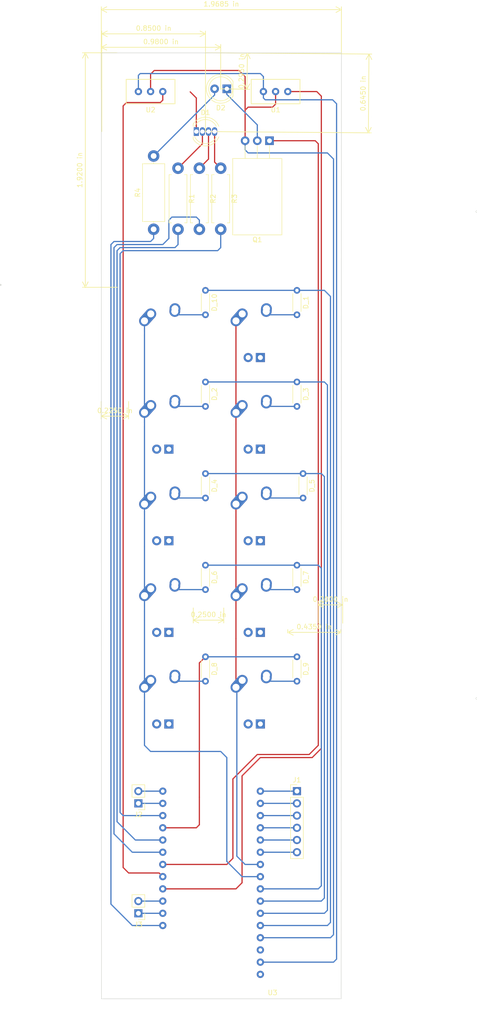
<source format=kicad_pcb>
(kicad_pcb (version 20171130) (host pcbnew "(5.1.2)-1")

  (general
    (thickness 1.6)
    (drawings 27)
    (tracks 191)
    (zones 0)
    (modules 33)
    (nets 44)
  )

  (page A2 portrait)
  (layers
    (0 F.Cu signal)
    (31 B.Cu signal)
    (32 B.Adhes user)
    (33 F.Adhes user)
    (34 B.Paste user)
    (35 F.Paste user)
    (36 B.SilkS user)
    (37 F.SilkS user)
    (38 B.Mask user)
    (39 F.Mask user)
    (40 Dwgs.User user)
    (41 Cmts.User user)
    (42 Eco1.User user)
    (43 Eco2.User user)
    (44 Edge.Cuts user)
    (45 Margin user)
    (46 B.CrtYd user)
    (47 F.CrtYd user)
    (48 B.Fab user)
    (49 F.Fab user)
  )

  (setup
    (last_trace_width 0.25)
    (trace_clearance 0.2)
    (zone_clearance 0.508)
    (zone_45_only no)
    (trace_min 0.1524)
    (via_size 0.8)
    (via_drill 0.4)
    (via_min_size 0.508)
    (via_min_drill 0.254)
    (uvia_size 0.3)
    (uvia_drill 0.1)
    (uvias_allowed no)
    (uvia_min_size 0.2)
    (uvia_min_drill 0.1)
    (edge_width 0.1)
    (segment_width 0.2)
    (pcb_text_width 0.3)
    (pcb_text_size 1.5 1.5)
    (mod_edge_width 0.15)
    (mod_text_size 1 1)
    (mod_text_width 0.15)
    (pad_size 1.5 1.5)
    (pad_drill 0.6)
    (pad_to_mask_clearance 0)
    (aux_axis_origin 0 0)
    (visible_elements 7FFFFFFF)
    (pcbplotparams
      (layerselection 0x010fc_ffffffff)
      (usegerberextensions false)
      (usegerberattributes false)
      (usegerberadvancedattributes false)
      (creategerberjobfile false)
      (excludeedgelayer true)
      (linewidth 0.100000)
      (plotframeref false)
      (viasonmask false)
      (mode 1)
      (useauxorigin false)
      (hpglpennumber 1)
      (hpglpenspeed 20)
      (hpglpendiameter 15.000000)
      (psnegative false)
      (psa4output false)
      (plotreference true)
      (plotvalue true)
      (plotinvisibletext false)
      (padsonsilk false)
      (subtractmaskfromsilk false)
      (outputformat 1)
      (mirror false)
      (drillshape 1)
      (scaleselection 1)
      (outputdirectory ""))
  )

  (net 0 "")
  (net 1 "Net-(D_1-Pad2)")
  (net 2 "Net-(D_2-Pad2)")
  (net 3 "Net-(D_3-Pad2)")
  (net 4 "Net-(D_4-Pad2)")
  (net 5 "Net-(D_5-Pad2)")
  (net 6 "Net-(D_6-Pad2)")
  (net 7 "Net-(D_7-Pad2)")
  (net 8 "Net-(D_8-Pad2)")
  (net 9 "Net-(D_9-Pad2)")
  (net 10 "Net-(D1-Pad4)")
  (net 11 "Net-(D1-Pad3)")
  (net 12 "Net-(D1-Pad2)")
  (net 13 VBAT)
  (net 14 "Net-(D2-Pad2)")
  (net 15 "Net-(D2-Pad1)")
  (net 16 row0)
  (net 17 row1)
  (net 18 row2)
  (net 19 row3)
  (net 20 row4)
  (net 21 "Net-(D_10-Pad2)")
  (net 22 col1)
  (net 23 col0)
  (net 24 mFET)
  (net 25 red)
  (net 26 green)
  (net 27 blue)
  (net 28 pin12)
  (net 29 "Net-(U3-Pad1)")
  (net 30 "Net-(U3-Pad3)")
  (net 31 pin13)
  (net 32 "Net-(J1-Pad1)")
  (net 33 "Net-(J1-Pad2)")
  (net 34 "Net-(J1-Pad3)")
  (net 35 "Net-(J1-Pad4)")
  (net 36 "Net-(J1-Pad5)")
  (net 37 "Net-(J1-Pad6)")
  (net 38 "Net-(J2-Pad1)")
  (net 39 "Net-(J2-Pad2)")
  (net 40 "Net-(J3-Pad1)")
  (net 41 "Net-(J3-Pad2)")
  (net 42 +5V)
  (net 43 3V)

  (net_class Default "This is the default net class."
    (clearance 0.2)
    (trace_width 0.25)
    (via_dia 0.8)
    (via_drill 0.4)
    (uvia_dia 0.3)
    (uvia_drill 0.1)
    (add_net +5V)
    (add_net 3V)
    (add_net "Net-(D1-Pad2)")
    (add_net "Net-(D1-Pad3)")
    (add_net "Net-(D1-Pad4)")
    (add_net "Net-(D2-Pad1)")
    (add_net "Net-(D2-Pad2)")
    (add_net "Net-(D_1-Pad2)")
    (add_net "Net-(D_10-Pad2)")
    (add_net "Net-(D_2-Pad2)")
    (add_net "Net-(D_3-Pad2)")
    (add_net "Net-(D_4-Pad2)")
    (add_net "Net-(D_5-Pad2)")
    (add_net "Net-(D_6-Pad2)")
    (add_net "Net-(D_7-Pad2)")
    (add_net "Net-(D_8-Pad2)")
    (add_net "Net-(D_9-Pad2)")
    (add_net "Net-(J1-Pad1)")
    (add_net "Net-(J1-Pad2)")
    (add_net "Net-(J1-Pad3)")
    (add_net "Net-(J1-Pad4)")
    (add_net "Net-(J1-Pad5)")
    (add_net "Net-(J1-Pad6)")
    (add_net "Net-(J2-Pad1)")
    (add_net "Net-(J2-Pad2)")
    (add_net "Net-(J3-Pad1)")
    (add_net "Net-(J3-Pad2)")
    (add_net "Net-(U3-Pad1)")
    (add_net "Net-(U3-Pad3)")
    (add_net VBAT)
    (add_net blue)
    (add_net col0)
    (add_net col1)
    (add_net green)
    (add_net mFET)
    (add_net pin12)
    (add_net pin13)
    (add_net red)
    (add_net row0)
    (add_net row1)
    (add_net row2)
    (add_net row3)
    (add_net row4)
  )

  (module Capstone:TSOP384 (layer F.Cu) (tedit 5DBB180C) (tstamp 5DBC2800)
    (at 48.26 80.5815 180)
    (path /5DB46E5D)
    (fp_text reference U2 (at 0 -1.27) (layer F.SilkS)
      (effects (font (size 1 1) (thickness 0.15)))
    )
    (fp_text value TSMP58000 (at 0 -2.54) (layer F.Fab)
      (effects (font (size 1 1) (thickness 0.15)))
    )
    (fp_line (start -5.08 0) (end -5.08 5.08) (layer F.SilkS) (width 0.15))
    (fp_line (start -5.08 5.08) (end 5.08 5.08) (layer F.SilkS) (width 0.15))
    (fp_line (start 5.08 5.08) (end 5.08 0) (layer F.SilkS) (width 0.15))
    (fp_line (start 5.08 0) (end -5.08 0) (layer F.SilkS) (width 0.15))
    (pad 1 thru_hole circle (at -2.54 2.54 180) (size 1.524 1.524) (drill 0.762) (layers *.Cu *.Mask)
      (net 28 pin12))
    (pad 2 thru_hole circle (at 0 2.54 180) (size 1.524 1.524) (drill 0.762) (layers *.Cu *.Mask)
      (net 42 +5V))
    (pad 3 thru_hole circle (at 2.54 2.54 180) (size 1.524 1.524) (drill 0.762) (layers *.Cu *.Mask)
      (net 43 3V))
  )

  (module Capstone:TSOP384 (layer F.Cu) (tedit 5DBB180C) (tstamp 5DBC2A05)
    (at 74.295 80.5815 180)
    (path /5DB358DF)
    (fp_text reference U1 (at 0 -1.27) (layer F.SilkS)
      (effects (font (size 1 1) (thickness 0.15)))
    )
    (fp_text value TSOP384xx (at 0 -2.54) (layer F.Fab)
      (effects (font (size 1 1) (thickness 0.15)))
    )
    (fp_line (start -5.08 0) (end -5.08 5.08) (layer F.SilkS) (width 0.15))
    (fp_line (start -5.08 5.08) (end 5.08 5.08) (layer F.SilkS) (width 0.15))
    (fp_line (start 5.08 5.08) (end 5.08 0) (layer F.SilkS) (width 0.15))
    (fp_line (start 5.08 0) (end -5.08 0) (layer F.SilkS) (width 0.15))
    (pad 1 thru_hole circle (at -2.54 2.54 180) (size 1.524 1.524) (drill 0.762) (layers *.Cu *.Mask)
      (net 31 pin13))
    (pad 2 thru_hole circle (at 0 2.54 180) (size 1.524 1.524) (drill 0.762) (layers *.Cu *.Mask)
      (net 42 +5V))
    (pad 3 thru_hole circle (at 2.54 2.54 180) (size 1.524 1.524) (drill 0.762) (layers *.Cu *.Mask)
      (net 43 3V))
  )

  (module Pin_Headers:Pin_Header_Straight_1x02_Pitch2.54mm (layer F.Cu) (tedit 59650532) (tstamp 5DBB2292)
    (at 45.72 248.92 180)
    (descr "Through hole straight pin header, 1x02, 2.54mm pitch, single row")
    (tags "Through hole pin header THT 1x02 2.54mm single row")
    (path /5DBD1308)
    (fp_text reference J3 (at 0 -2.33) (layer F.SilkS)
      (effects (font (size 1 1) (thickness 0.15)))
    )
    (fp_text value Conn_01x02 (at 0 4.87) (layer F.Fab)
      (effects (font (size 1 1) (thickness 0.15)))
    )
    (fp_line (start -0.635 -1.27) (end 1.27 -1.27) (layer F.Fab) (width 0.1))
    (fp_line (start 1.27 -1.27) (end 1.27 3.81) (layer F.Fab) (width 0.1))
    (fp_line (start 1.27 3.81) (end -1.27 3.81) (layer F.Fab) (width 0.1))
    (fp_line (start -1.27 3.81) (end -1.27 -0.635) (layer F.Fab) (width 0.1))
    (fp_line (start -1.27 -0.635) (end -0.635 -1.27) (layer F.Fab) (width 0.1))
    (fp_line (start -1.33 3.87) (end 1.33 3.87) (layer F.SilkS) (width 0.12))
    (fp_line (start -1.33 1.27) (end -1.33 3.87) (layer F.SilkS) (width 0.12))
    (fp_line (start 1.33 1.27) (end 1.33 3.87) (layer F.SilkS) (width 0.12))
    (fp_line (start -1.33 1.27) (end 1.33 1.27) (layer F.SilkS) (width 0.12))
    (fp_line (start -1.33 0) (end -1.33 -1.33) (layer F.SilkS) (width 0.12))
    (fp_line (start -1.33 -1.33) (end 0 -1.33) (layer F.SilkS) (width 0.12))
    (fp_line (start -1.8 -1.8) (end -1.8 4.35) (layer F.CrtYd) (width 0.05))
    (fp_line (start -1.8 4.35) (end 1.8 4.35) (layer F.CrtYd) (width 0.05))
    (fp_line (start 1.8 4.35) (end 1.8 -1.8) (layer F.CrtYd) (width 0.05))
    (fp_line (start 1.8 -1.8) (end -1.8 -1.8) (layer F.CrtYd) (width 0.05))
    (fp_text user %R (at 0 1.27 90) (layer F.Fab)
      (effects (font (size 1 1) (thickness 0.15)))
    )
    (pad 1 thru_hole rect (at 0 0 180) (size 1.7 1.7) (drill 1) (layers *.Cu *.Mask)
      (net 40 "Net-(J3-Pad1)"))
    (pad 2 thru_hole oval (at 0 2.54 180) (size 1.7 1.7) (drill 1) (layers *.Cu *.Mask)
      (net 41 "Net-(J3-Pad2)"))
    (model ${KISYS3DMOD}/Pin_Headers.3dshapes/Pin_Header_Straight_1x02_Pitch2.54mm.wrl
      (at (xyz 0 0 0))
      (scale (xyz 1 1 1))
      (rotate (xyz 0 0 0))
    )
  )

  (module Pin_Headers:Pin_Header_Straight_1x02_Pitch2.54mm (layer F.Cu) (tedit 59650532) (tstamp 5DBB2291)
    (at 45.72 226.06 180)
    (descr "Through hole straight pin header, 1x02, 2.54mm pitch, single row")
    (tags "Through hole pin header THT 1x02 2.54mm single row")
    (path /5DBA8792)
    (fp_text reference J2 (at 0 -2.33) (layer F.SilkS)
      (effects (font (size 1 1) (thickness 0.15)))
    )
    (fp_text value Conn_01x02 (at 0 4.87) (layer F.Fab)
      (effects (font (size 1 1) (thickness 0.15)))
    )
    (fp_line (start -0.635 -1.27) (end 1.27 -1.27) (layer F.Fab) (width 0.1))
    (fp_line (start 1.27 -1.27) (end 1.27 3.81) (layer F.Fab) (width 0.1))
    (fp_line (start 1.27 3.81) (end -1.27 3.81) (layer F.Fab) (width 0.1))
    (fp_line (start -1.27 3.81) (end -1.27 -0.635) (layer F.Fab) (width 0.1))
    (fp_line (start -1.27 -0.635) (end -0.635 -1.27) (layer F.Fab) (width 0.1))
    (fp_line (start -1.33 3.87) (end 1.33 3.87) (layer F.SilkS) (width 0.12))
    (fp_line (start -1.33 1.27) (end -1.33 3.87) (layer F.SilkS) (width 0.12))
    (fp_line (start 1.33 1.27) (end 1.33 3.87) (layer F.SilkS) (width 0.12))
    (fp_line (start -1.33 1.27) (end 1.33 1.27) (layer F.SilkS) (width 0.12))
    (fp_line (start -1.33 0) (end -1.33 -1.33) (layer F.SilkS) (width 0.12))
    (fp_line (start -1.33 -1.33) (end 0 -1.33) (layer F.SilkS) (width 0.12))
    (fp_line (start -1.8 -1.8) (end -1.8 4.35) (layer F.CrtYd) (width 0.05))
    (fp_line (start -1.8 4.35) (end 1.8 4.35) (layer F.CrtYd) (width 0.05))
    (fp_line (start 1.8 4.35) (end 1.8 -1.8) (layer F.CrtYd) (width 0.05))
    (fp_line (start 1.8 -1.8) (end -1.8 -1.8) (layer F.CrtYd) (width 0.05))
    (fp_text user %R (at 0 1.27 90) (layer F.Fab)
      (effects (font (size 1 1) (thickness 0.15)))
    )
    (pad 1 thru_hole rect (at 0 0 180) (size 1.7 1.7) (drill 1) (layers *.Cu *.Mask)
      (net 38 "Net-(J2-Pad1)"))
    (pad 2 thru_hole oval (at 0 2.54 180) (size 1.7 1.7) (drill 1) (layers *.Cu *.Mask)
      (net 39 "Net-(J2-Pad2)"))
    (model ${KISYS3DMOD}/Pin_Headers.3dshapes/Pin_Header_Straight_1x02_Pitch2.54mm.wrl
      (at (xyz 0 0 0))
      (scale (xyz 1 1 1))
      (rotate (xyz 0 0 0))
    )
  )

  (module Pin_Headers:Pin_Header_Straight_1x06_Pitch2.54mm (layer F.Cu) (tedit 59650532) (tstamp 5DBB2290)
    (at 78.74 223.52)
    (descr "Through hole straight pin header, 1x06, 2.54mm pitch, single row")
    (tags "Through hole pin header THT 1x06 2.54mm single row")
    (path /5DBA6BF4)
    (fp_text reference J1 (at 0 -2.33) (layer F.SilkS)
      (effects (font (size 1 1) (thickness 0.15)))
    )
    (fp_text value Conn_01x06 (at 0 15.03) (layer F.Fab)
      (effects (font (size 1 1) (thickness 0.15)))
    )
    (fp_line (start -0.635 -1.27) (end 1.27 -1.27) (layer F.Fab) (width 0.1))
    (fp_line (start 1.27 -1.27) (end 1.27 13.97) (layer F.Fab) (width 0.1))
    (fp_line (start 1.27 13.97) (end -1.27 13.97) (layer F.Fab) (width 0.1))
    (fp_line (start -1.27 13.97) (end -1.27 -0.635) (layer F.Fab) (width 0.1))
    (fp_line (start -1.27 -0.635) (end -0.635 -1.27) (layer F.Fab) (width 0.1))
    (fp_line (start -1.33 14.03) (end 1.33 14.03) (layer F.SilkS) (width 0.12))
    (fp_line (start -1.33 1.27) (end -1.33 14.03) (layer F.SilkS) (width 0.12))
    (fp_line (start 1.33 1.27) (end 1.33 14.03) (layer F.SilkS) (width 0.12))
    (fp_line (start -1.33 1.27) (end 1.33 1.27) (layer F.SilkS) (width 0.12))
    (fp_line (start -1.33 0) (end -1.33 -1.33) (layer F.SilkS) (width 0.12))
    (fp_line (start -1.33 -1.33) (end 0 -1.33) (layer F.SilkS) (width 0.12))
    (fp_line (start -1.8 -1.8) (end -1.8 14.5) (layer F.CrtYd) (width 0.05))
    (fp_line (start -1.8 14.5) (end 1.8 14.5) (layer F.CrtYd) (width 0.05))
    (fp_line (start 1.8 14.5) (end 1.8 -1.8) (layer F.CrtYd) (width 0.05))
    (fp_line (start 1.8 -1.8) (end -1.8 -1.8) (layer F.CrtYd) (width 0.05))
    (fp_text user %R (at 0 6.35 90) (layer F.Fab)
      (effects (font (size 1 1) (thickness 0.15)))
    )
    (pad 1 thru_hole rect (at 0 0) (size 1.7 1.7) (drill 1) (layers *.Cu *.Mask)
      (net 32 "Net-(J1-Pad1)"))
    (pad 2 thru_hole oval (at 0 2.54) (size 1.7 1.7) (drill 1) (layers *.Cu *.Mask)
      (net 33 "Net-(J1-Pad2)"))
    (pad 3 thru_hole oval (at 0 5.08) (size 1.7 1.7) (drill 1) (layers *.Cu *.Mask)
      (net 34 "Net-(J1-Pad3)"))
    (pad 4 thru_hole oval (at 0 7.62) (size 1.7 1.7) (drill 1) (layers *.Cu *.Mask)
      (net 35 "Net-(J1-Pad4)"))
    (pad 5 thru_hole oval (at 0 10.16) (size 1.7 1.7) (drill 1) (layers *.Cu *.Mask)
      (net 36 "Net-(J1-Pad5)"))
    (pad 6 thru_hole oval (at 0 12.7) (size 1.7 1.7) (drill 1) (layers *.Cu *.Mask)
      (net 37 "Net-(J1-Pad6)"))
    (model ${KISYS3DMOD}/Pin_Headers.3dshapes/Pin_Header_Straight_1x06_Pitch2.54mm.wrl
      (at (xyz 0 0 0))
      (scale (xyz 1 1 1))
      (rotate (xyz 0 0 0))
    )
  )

  (module Capstone:RFM9x (layer F.Cu) (tedit 5DB31957) (tstamp 5DB32E3F)
    (at 73.66 264.16 180)
    (path /5DB233E3)
    (fp_text reference U3 (at 0 -1.27) (layer F.SilkS)
      (effects (font (size 1 1) (thickness 0.15)))
    )
    (fp_text value RFM9xLoRa (at 0 -2.54) (layer F.Fab)
      (effects (font (size 1 1) (thickness 0.15)))
    )
    (pad 1 thru_hole circle (at 2.54 2.54 180) (size 1.524 1.524) (drill 0.762) (layers *.Cu *.Mask)
      (net 29 "Net-(U3-Pad1)"))
    (pad 2 thru_hole circle (at 2.54 5.08 180) (size 1.524 1.524) (drill 0.762) (layers *.Cu *.Mask)
      (net 43 3V))
    (pad 3 thru_hole circle (at 2.54 7.62 180) (size 1.524 1.524) (drill 0.762) (layers *.Cu *.Mask)
      (net 30 "Net-(U3-Pad3)"))
    (pad 4 thru_hole circle (at 2.54 10.16 180) (size 1.524 1.524) (drill 0.762) (layers *.Cu *.Mask)
      (net 42 +5V))
    (pad 5 thru_hole circle (at 2.54 12.7 180) (size 1.524 1.524) (drill 0.762) (layers *.Cu *.Mask)
      (net 16 row0))
    (pad 6 thru_hole circle (at 2.54 15.24 180) (size 1.524 1.524) (drill 0.762) (layers *.Cu *.Mask)
      (net 17 row1))
    (pad 7 thru_hole circle (at 2.54 17.78 180) (size 1.524 1.524) (drill 0.762) (layers *.Cu *.Mask)
      (net 18 row2))
    (pad 8 thru_hole circle (at 2.54 20.32 180) (size 1.524 1.524) (drill 0.762) (layers *.Cu *.Mask)
      (net 19 row3))
    (pad 9 thru_hole circle (at 2.54 22.86 180) (size 1.524 1.524) (drill 0.762) (layers *.Cu *.Mask)
      (net 23 col0))
    (pad 10 thru_hole circle (at 2.54 25.4 180) (size 1.524 1.524) (drill 0.762) (layers *.Cu *.Mask)
      (net 22 col1))
    (pad 11 thru_hole circle (at 2.54 27.94 180) (size 1.524 1.524) (drill 0.762) (layers *.Cu *.Mask)
      (net 37 "Net-(J1-Pad6)"))
    (pad 12 thru_hole circle (at 2.54 30.48 180) (size 1.524 1.524) (drill 0.762) (layers *.Cu *.Mask)
      (net 36 "Net-(J1-Pad5)"))
    (pad 13 thru_hole circle (at 2.54 33.02 180) (size 1.524 1.524) (drill 0.762) (layers *.Cu *.Mask)
      (net 35 "Net-(J1-Pad4)"))
    (pad 14 thru_hole circle (at 2.54 35.56 180) (size 1.524 1.524) (drill 0.762) (layers *.Cu *.Mask)
      (net 34 "Net-(J1-Pad3)"))
    (pad 15 thru_hole circle (at 2.54 38.1 180) (size 1.524 1.524) (drill 0.762) (layers *.Cu *.Mask)
      (net 33 "Net-(J1-Pad2)"))
    (pad 16 thru_hole circle (at 2.54 40.64 180) (size 1.524 1.524) (drill 0.762) (layers *.Cu *.Mask)
      (net 32 "Net-(J1-Pad1)"))
    (pad 17 thru_hole circle (at 22.86 12.7 180) (size 1.524 1.524) (drill 0.762) (layers *.Cu *.Mask)
      (net 13 VBAT))
    (pad 18 thru_hole circle (at 22.86 15.24 180) (size 1.524 1.524) (drill 0.762) (layers *.Cu *.Mask)
      (net 40 "Net-(J3-Pad1)"))
    (pad 19 thru_hole circle (at 22.86 17.78 180) (size 1.524 1.524) (drill 0.762) (layers *.Cu *.Mask)
      (net 41 "Net-(J3-Pad2)"))
    (pad 20 thru_hole circle (at 22.86 20.32 180) (size 1.524 1.524) (drill 0.762) (layers *.Cu *.Mask)
      (net 31 pin13))
    (pad 21 thru_hole circle (at 22.86 22.86 180) (size 1.524 1.524) (drill 0.762) (layers *.Cu *.Mask)
      (net 28 pin12))
    (pad 22 thru_hole circle (at 22.86 25.4 180) (size 1.524 1.524) (drill 0.762) (layers *.Cu *.Mask)
      (net 24 mFET))
    (pad 23 thru_hole circle (at 22.86 27.94 180) (size 1.524 1.524) (drill 0.762) (layers *.Cu *.Mask)
      (net 26 green))
    (pad 24 thru_hole circle (at 22.86 30.48 180) (size 1.524 1.524) (drill 0.762) (layers *.Cu *.Mask)
      (net 25 red))
    (pad 25 thru_hole circle (at 22.86 33.02 180) (size 1.524 1.524) (drill 0.762) (layers *.Cu *.Mask)
      (net 20 row4))
    (pad 26 thru_hole circle (at 22.86 35.56 180) (size 1.524 1.524) (drill 0.762) (layers *.Cu *.Mask)
      (net 27 blue))
    (pad 27 thru_hole circle (at 22.86 38.1 180) (size 1.524 1.524) (drill 0.762) (layers *.Cu *.Mask)
      (net 38 "Net-(J2-Pad1)"))
    (pad 28 thru_hole circle (at 22.86 40.64 180) (size 1.524 1.524) (drill 0.762) (layers *.Cu *.Mask)
      (net 39 "Net-(J2-Pad2)"))
  )

  (module MX_Alps_Hybrid:MX-1U-NoLED (layer F.Cu) (tedit 5A9F5203) (tstamp 69377DBA)
    (at 50.8 166.37)
    (path /69377DBA)
    (fp_text reference K_4 (at 0 3.175) (layer Dwgs.User)
      (effects (font (size 1 1) (thickness 0.15)))
    )
    (fp_text value KEYSW (at 0 -7.9375) (layer Dwgs.User)
      (effects (font (size 1 1) (thickness 0.15)))
    )
    (fp_line (start 5 -7) (end 7 -7) (layer Dwgs.User) (width 0.15))
    (fp_line (start 7 -7) (end 7 -5) (layer Dwgs.User) (width 0.15))
    (fp_line (start 5 7) (end 7 7) (layer Dwgs.User) (width 0.15))
    (fp_line (start 7 7) (end 7 5) (layer Dwgs.User) (width 0.15))
    (fp_line (start -7 5) (end -7 7) (layer Dwgs.User) (width 0.15))
    (fp_line (start -7 7) (end -5 7) (layer Dwgs.User) (width 0.15))
    (fp_line (start -5 -7) (end -7 -7) (layer Dwgs.User) (width 0.15))
    (fp_line (start -7 -7) (end -7 -5) (layer Dwgs.User) (width 0.15))
    (fp_line (start -9.525 -9.525) (end 9.525 -9.525) (layer Dwgs.User) (width 0.15))
    (fp_line (start 9.525 -9.525) (end 9.525 9.525) (layer Dwgs.User) (width 0.15))
    (fp_line (start 9.525 9.525) (end -9.525 9.525) (layer Dwgs.User) (width 0.15))
    (fp_line (start -9.525 9.525) (end -9.525 -9.525) (layer Dwgs.User) (width 0.15))
    (pad 1 thru_hole circle (at -2.5 -4) (size 2.25 2.25) (drill 1.47) (layers *.Cu B.Mask)
      (net 23 col0))
    (pad 1 thru_hole oval (at -3.81 -2.54 48.0996) (size 4.211556 2.25) (drill 1.47 (offset 0.980778 0)) (layers *.Cu B.Mask)
      (net 23 col0))
    (pad 2 thru_hole oval (at 2.5 -4.5 86.0548) (size 2.831378 2.25) (drill 1.47 (offset 0.290689 0)) (layers *.Cu B.Mask)
      (net 4 "Net-(D_4-Pad2)"))
    (pad 2 thru_hole circle (at 2.54 -5.08) (size 2.25 2.25) (drill 1.47) (layers *.Cu B.Mask)
      (net 4 "Net-(D_4-Pad2)"))
    (pad "" np_thru_hole circle (at 0 0) (size 3.9878 3.9878) (drill 3.9878) (layers *.Cu *.Mask))
    (pad "" np_thru_hole circle (at -5.08 0 48.0996) (size 1.75 1.75) (drill 1.75) (layers *.Cu *.Mask))
    (pad "" np_thru_hole circle (at 5.08 0 48.0996) (size 1.75 1.75) (drill 1.75) (layers *.Cu *.Mask))
    (pad 3 thru_hole circle (at -1.27 5.08) (size 1.905 1.905) (drill 1.04) (layers *.Cu B.Mask))
    (pad 4 thru_hole rect (at 1.27 5.08) (size 1.905 1.905) (drill 1.04) (layers *.Cu B.Mask))
    (pad "" np_thru_hole circle (at 0 0) (size 3.9878 3.9878) (drill 3.9878) (layers *.Cu *.Mask))
    (pad "" np_thru_hole circle (at -5.08 0 48.0996) (size 1.75 1.75) (drill 1.75) (layers *.Cu *.Mask))
    (pad "" np_thru_hole circle (at 5.08 0 48.0996) (size 1.75 1.75) (drill 1.75) (layers *.Cu *.Mask))
  )

  (module Resistors_THT:R_Axial_DIN0204_L3.6mm_D1.6mm_P5.08mm_Horizontal (layer F.Cu) (tedit 5874F706) (tstamp 5DB32CFD)
    (at 78.74 119.38 270)
    (descr "Resistor, Axial_DIN0204 series, Axial, Horizontal, pin pitch=5.08mm, 0.16666666666666666W = 1/6W, length*diameter=3.6*1.6mm^2, http://cdn-reichelt.de/documents/datenblatt/B400/1_4W%23YAG.pdf")
    (tags "Resistor Axial_DIN0204 series Axial Horizontal pin pitch 5.08mm 0.16666666666666666W = 1/6W length 3.6mm diameter 1.6mm")
    (path /5DB6F9CE)
    (fp_text reference D_1 (at 2.54 -1.86 90) (layer F.SilkS)
      (effects (font (size 1 1) (thickness 0.15)))
    )
    (fp_text value 1N4148 (at 2.54 1.86 90) (layer F.Fab)
      (effects (font (size 1 1) (thickness 0.15)))
    )
    (fp_line (start 0.74 -0.8) (end 0.74 0.8) (layer F.Fab) (width 0.1))
    (fp_line (start 0.74 0.8) (end 4.34 0.8) (layer F.Fab) (width 0.1))
    (fp_line (start 4.34 0.8) (end 4.34 -0.8) (layer F.Fab) (width 0.1))
    (fp_line (start 4.34 -0.8) (end 0.74 -0.8) (layer F.Fab) (width 0.1))
    (fp_line (start 0 0) (end 0.74 0) (layer F.Fab) (width 0.1))
    (fp_line (start 5.08 0) (end 4.34 0) (layer F.Fab) (width 0.1))
    (fp_line (start 0.68 -0.86) (end 4.4 -0.86) (layer F.SilkS) (width 0.12))
    (fp_line (start 0.68 0.86) (end 4.4 0.86) (layer F.SilkS) (width 0.12))
    (fp_line (start -0.95 -1.15) (end -0.95 1.15) (layer F.CrtYd) (width 0.05))
    (fp_line (start -0.95 1.15) (end 6.05 1.15) (layer F.CrtYd) (width 0.05))
    (fp_line (start 6.05 1.15) (end 6.05 -1.15) (layer F.CrtYd) (width 0.05))
    (fp_line (start 6.05 -1.15) (end -0.95 -1.15) (layer F.CrtYd) (width 0.05))
    (pad 1 thru_hole circle (at 0 0 270) (size 1.4 1.4) (drill 0.7) (layers *.Cu *.Mask)
      (net 16 row0))
    (pad 2 thru_hole oval (at 5.08 0 270) (size 1.4 1.4) (drill 0.7) (layers *.Cu *.Mask)
      (net 1 "Net-(D_1-Pad2)"))
    (model ${KISYS3DMOD}/Resistors_THT.3dshapes/R_Axial_DIN0204_L3.6mm_D1.6mm_P5.08mm_Horizontal.wrl
      (at (xyz 0 0 0))
      (scale (xyz 0.393701 0.393701 0.393701))
      (rotate (xyz 0 0 0))
    )
  )

  (module MX_ALPS_Hybrid:MX-1U-NoLED (layer F.Cu) (tedit 5A9F5203) (tstamp 5DB628C1)
    (at 50.8 128.27)
    (path /69370EFB)
    (fp_text reference K_0 (at 0 3.175) (layer Dwgs.User)
      (effects (font (size 1 1) (thickness 0.15)))
    )
    (fp_text value KEYSW (at 0 -7.9375) (layer Dwgs.User)
      (effects (font (size 1 1) (thickness 0.15)))
    )
    (fp_line (start -9.525 9.525) (end -9.525 -9.525) (layer Dwgs.User) (width 0.15))
    (fp_line (start 9.525 9.525) (end -9.525 9.525) (layer Dwgs.User) (width 0.15))
    (fp_line (start 9.525 -9.525) (end 9.525 9.525) (layer Dwgs.User) (width 0.15))
    (fp_line (start -9.525 -9.525) (end 9.525 -9.525) (layer Dwgs.User) (width 0.15))
    (fp_line (start -7 -7) (end -7 -5) (layer Dwgs.User) (width 0.15))
    (fp_line (start -5 -7) (end -7 -7) (layer Dwgs.User) (width 0.15))
    (fp_line (start -7 7) (end -5 7) (layer Dwgs.User) (width 0.15))
    (fp_line (start -7 5) (end -7 7) (layer Dwgs.User) (width 0.15))
    (fp_line (start 7 7) (end 7 5) (layer Dwgs.User) (width 0.15))
    (fp_line (start 5 7) (end 7 7) (layer Dwgs.User) (width 0.15))
    (fp_line (start 7 -7) (end 7 -5) (layer Dwgs.User) (width 0.15))
    (fp_line (start 5 -7) (end 7 -7) (layer Dwgs.User) (width 0.15))
    (pad "" np_thru_hole circle (at 5.08 0 48.0996) (size 1.75 1.75) (drill 1.75) (layers *.Cu *.Mask))
    (pad "" np_thru_hole circle (at -5.08 0 48.0996) (size 1.75 1.75) (drill 1.75) (layers *.Cu *.Mask))
    (pad 1 thru_hole circle (at -2.5 -4) (size 2.25 2.25) (drill 1.47) (layers *.Cu B.Mask)
      (net 23 col0))
    (pad "" np_thru_hole circle (at 0 0) (size 3.9878 3.9878) (drill 3.9878) (layers *.Cu *.Mask))
    (pad 1 thru_hole oval (at -3.81 -2.54 48.0996) (size 4.211556 2.25) (drill 1.47 (offset 0.980778 0)) (layers *.Cu B.Mask)
      (net 23 col0))
    (pad 2 thru_hole circle (at 2.54 -5.08) (size 2.25 2.25) (drill 1.47) (layers *.Cu B.Mask)
      (net 21 "Net-(D_10-Pad2)"))
    (pad 2 thru_hole oval (at 2.5 -4.5 86.0548) (size 2.831378 2.25) (drill 1.47 (offset 0.290689 0)) (layers *.Cu B.Mask)
      (net 21 "Net-(D_10-Pad2)"))
  )

  (module MX_Alps_Hybrid:MX-1U-NoLED (layer F.Cu) (tedit 5A9F5203) (tstamp 6937E585)
    (at 69.85 128.27)
    (path /6937E585)
    (fp_text reference K_1 (at 0 3.175) (layer Dwgs.User)
      (effects (font (size 1 1) (thickness 0.15)))
    )
    (fp_text value KEYSW (at 0 -7.9375) (layer Dwgs.User)
      (effects (font (size 1 1) (thickness 0.15)))
    )
    (fp_line (start 5 -7) (end 7 -7) (layer Dwgs.User) (width 0.15))
    (fp_line (start 7 -7) (end 7 -5) (layer Dwgs.User) (width 0.15))
    (fp_line (start 5 7) (end 7 7) (layer Dwgs.User) (width 0.15))
    (fp_line (start 7 7) (end 7 5) (layer Dwgs.User) (width 0.15))
    (fp_line (start -7 5) (end -7 7) (layer Dwgs.User) (width 0.15))
    (fp_line (start -7 7) (end -5 7) (layer Dwgs.User) (width 0.15))
    (fp_line (start -5 -7) (end -7 -7) (layer Dwgs.User) (width 0.15))
    (fp_line (start -7 -7) (end -7 -5) (layer Dwgs.User) (width 0.15))
    (fp_line (start -9.525 -9.525) (end 9.525 -9.525) (layer Dwgs.User) (width 0.15))
    (fp_line (start 9.525 -9.525) (end 9.525 9.525) (layer Dwgs.User) (width 0.15))
    (fp_line (start 9.525 9.525) (end -9.525 9.525) (layer Dwgs.User) (width 0.15))
    (fp_line (start -9.525 9.525) (end -9.525 -9.525) (layer Dwgs.User) (width 0.15))
    (pad 1 thru_hole circle (at -2.5 -4) (size 2.25 2.25) (drill 1.47) (layers *.Cu B.Mask)
      (net 22 col1))
    (pad 1 thru_hole oval (at -3.81 -2.54 48.0996) (size 4.211556 2.25) (drill 1.47 (offset 0.980778 0)) (layers *.Cu B.Mask)
      (net 22 col1))
    (pad 2 thru_hole oval (at 2.5 -4.5 86.0548) (size 2.831378 2.25) (drill 1.47 (offset 0.290689 0)) (layers *.Cu B.Mask)
      (net 1 "Net-(D_1-Pad2)"))
    (pad 2 thru_hole circle (at 2.54 -5.08) (size 2.25 2.25) (drill 1.47) (layers *.Cu B.Mask)
      (net 1 "Net-(D_1-Pad2)"))
    (pad "" np_thru_hole circle (at 0 0) (size 3.9878 3.9878) (drill 3.9878) (layers *.Cu *.Mask))
    (pad "" np_thru_hole circle (at -5.08 0 48.0996) (size 1.75 1.75) (drill 1.75) (layers *.Cu *.Mask))
    (pad "" np_thru_hole circle (at 5.08 0 48.0996) (size 1.75 1.75) (drill 1.75) (layers *.Cu *.Mask))
    (pad 3 thru_hole circle (at -1.27 5.08) (size 1.905 1.905) (drill 1.04) (layers *.Cu B.Mask))
    (pad 4 thru_hole rect (at 1.27 5.08) (size 1.905 1.905) (drill 1.04) (layers *.Cu B.Mask))
    (pad "" np_thru_hole circle (at 0 0) (size 3.9878 3.9878) (drill 3.9878) (layers *.Cu *.Mask))
    (pad "" np_thru_hole circle (at -5.08 0 48.0996) (size 1.75 1.75) (drill 1.75) (layers *.Cu *.Mask))
    (pad "" np_thru_hole circle (at 5.08 0 48.0996) (size 1.75 1.75) (drill 1.75) (layers *.Cu *.Mask))
  )

  (module MX_Alps_Hybrid:MX-1U-NoLED (layer F.Cu) (tedit 5A9F5203) (tstamp 6937B7DC)
    (at 50.8 147.32)
    (path /6937B7DC)
    (fp_text reference K_2 (at 0 3.175) (layer Dwgs.User)
      (effects (font (size 1 1) (thickness 0.15)))
    )
    (fp_text value KEYSW (at 0 -7.9375) (layer Dwgs.User)
      (effects (font (size 1 1) (thickness 0.15)))
    )
    (fp_line (start 5 -7) (end 7 -7) (layer Dwgs.User) (width 0.15))
    (fp_line (start 7 -7) (end 7 -5) (layer Dwgs.User) (width 0.15))
    (fp_line (start 5 7) (end 7 7) (layer Dwgs.User) (width 0.15))
    (fp_line (start 7 7) (end 7 5) (layer Dwgs.User) (width 0.15))
    (fp_line (start -7 5) (end -7 7) (layer Dwgs.User) (width 0.15))
    (fp_line (start -7 7) (end -5 7) (layer Dwgs.User) (width 0.15))
    (fp_line (start -5 -7) (end -7 -7) (layer Dwgs.User) (width 0.15))
    (fp_line (start -7 -7) (end -7 -5) (layer Dwgs.User) (width 0.15))
    (fp_line (start -9.525 -9.525) (end 9.525 -9.525) (layer Dwgs.User) (width 0.15))
    (fp_line (start 9.525 -9.525) (end 9.525 9.525) (layer Dwgs.User) (width 0.15))
    (fp_line (start 9.525 9.525) (end -9.525 9.525) (layer Dwgs.User) (width 0.15))
    (fp_line (start -9.525 9.525) (end -9.525 -9.525) (layer Dwgs.User) (width 0.15))
    (pad 1 thru_hole circle (at -2.5 -4) (size 2.25 2.25) (drill 1.47) (layers *.Cu B.Mask)
      (net 23 col0))
    (pad 1 thru_hole oval (at -3.81 -2.54 48.0996) (size 4.211556 2.25) (drill 1.47 (offset 0.980778 0)) (layers *.Cu B.Mask)
      (net 23 col0))
    (pad 2 thru_hole oval (at 2.5 -4.5 86.0548) (size 2.831378 2.25) (drill 1.47 (offset 0.290689 0)) (layers *.Cu B.Mask)
      (net 2 "Net-(D_2-Pad2)"))
    (pad 2 thru_hole circle (at 2.54 -5.08) (size 2.25 2.25) (drill 1.47) (layers *.Cu B.Mask)
      (net 2 "Net-(D_2-Pad2)"))
    (pad "" np_thru_hole circle (at 0 0) (size 3.9878 3.9878) (drill 3.9878) (layers *.Cu *.Mask))
    (pad "" np_thru_hole circle (at -5.08 0 48.0996) (size 1.75 1.75) (drill 1.75) (layers *.Cu *.Mask))
    (pad "" np_thru_hole circle (at 5.08 0 48.0996) (size 1.75 1.75) (drill 1.75) (layers *.Cu *.Mask))
    (pad 3 thru_hole circle (at -1.27 5.08) (size 1.905 1.905) (drill 1.04) (layers *.Cu B.Mask))
    (pad 4 thru_hole rect (at 1.27 5.08) (size 1.905 1.905) (drill 1.04) (layers *.Cu B.Mask))
    (pad "" np_thru_hole circle (at 0 0) (size 3.9878 3.9878) (drill 3.9878) (layers *.Cu *.Mask))
    (pad "" np_thru_hole circle (at -5.08 0 48.0996) (size 1.75 1.75) (drill 1.75) (layers *.Cu *.Mask))
    (pad "" np_thru_hole circle (at 5.08 0 48.0996) (size 1.75 1.75) (drill 1.75) (layers *.Cu *.Mask))
  )

  (module MX_Alps_Hybrid:MX-1U-NoLED (layer F.Cu) (tedit 5A9F5203) (tstamp 5DB620B4)
    (at 69.85 147.32)
    (path /6937ECC0)
    (fp_text reference K_3 (at 0 3.175) (layer Dwgs.User)
      (effects (font (size 1 1) (thickness 0.15)))
    )
    (fp_text value KEYSW (at 0 -7.9375) (layer Dwgs.User)
      (effects (font (size 1 1) (thickness 0.15)))
    )
    (fp_line (start 5 -7) (end 7 -7) (layer Dwgs.User) (width 0.15))
    (fp_line (start 7 -7) (end 7 -5) (layer Dwgs.User) (width 0.15))
    (fp_line (start 5 7) (end 7 7) (layer Dwgs.User) (width 0.15))
    (fp_line (start 7 7) (end 7 5) (layer Dwgs.User) (width 0.15))
    (fp_line (start -7 5) (end -7 7) (layer Dwgs.User) (width 0.15))
    (fp_line (start -7 7) (end -5 7) (layer Dwgs.User) (width 0.15))
    (fp_line (start -5 -7) (end -7 -7) (layer Dwgs.User) (width 0.15))
    (fp_line (start -7 -7) (end -7 -5) (layer Dwgs.User) (width 0.15))
    (fp_line (start -9.525 -9.525) (end 9.525 -9.525) (layer Dwgs.User) (width 0.15))
    (fp_line (start 9.525 -9.525) (end 9.525 9.525) (layer Dwgs.User) (width 0.15))
    (fp_line (start 9.525 9.525) (end -9.525 9.525) (layer Dwgs.User) (width 0.15))
    (fp_line (start -9.525 9.525) (end -9.525 -9.525) (layer Dwgs.User) (width 0.15))
    (pad 1 thru_hole circle (at -2.5 -4) (size 2.25 2.25) (drill 1.47) (layers *.Cu B.Mask)
      (net 22 col1))
    (pad 1 thru_hole oval (at -3.81 -2.54 48.0996) (size 4.211556 2.25) (drill 1.47 (offset 0.980778 0)) (layers *.Cu B.Mask)
      (net 22 col1))
    (pad 2 thru_hole oval (at 2.5 -4.5 86.0548) (size 2.831378 2.25) (drill 1.47 (offset 0.290689 0)) (layers *.Cu B.Mask)
      (net 3 "Net-(D_3-Pad2)"))
    (pad 2 thru_hole circle (at 2.54 -5.08) (size 2.25 2.25) (drill 1.47) (layers *.Cu B.Mask)
      (net 3 "Net-(D_3-Pad2)"))
    (pad "" np_thru_hole circle (at 0 0) (size 3.9878 3.9878) (drill 3.9878) (layers *.Cu *.Mask))
    (pad "" np_thru_hole circle (at -5.08 0 48.0996) (size 1.75 1.75) (drill 1.75) (layers *.Cu *.Mask))
    (pad "" np_thru_hole circle (at 5.08 0 48.0996) (size 1.75 1.75) (drill 1.75) (layers *.Cu *.Mask))
    (pad 3 thru_hole circle (at -1.27 5.08) (size 1.905 1.905) (drill 1.04) (layers *.Cu B.Mask))
    (pad 4 thru_hole rect (at 1.27 5.08) (size 1.905 1.905) (drill 1.04) (layers *.Cu B.Mask))
    (pad "" np_thru_hole circle (at 0 0) (size 3.9878 3.9878) (drill 3.9878) (layers *.Cu *.Mask))
    (pad "" np_thru_hole circle (at -5.08 0 48.0996) (size 1.75 1.75) (drill 1.75) (layers *.Cu *.Mask))
    (pad "" np_thru_hole circle (at 5.08 0 48.0996) (size 1.75 1.75) (drill 1.75) (layers *.Cu *.Mask))
  )

  (module MX_Alps_Hybrid:MX-1U-NoLED (layer F.Cu) (tedit 5A9F5203) (tstamp 5DB61EE9)
    (at 69.85 166.37)
    (path /5DB6F9C8)
    (fp_text reference K_5 (at 0 3.175) (layer Dwgs.User)
      (effects (font (size 1 1) (thickness 0.15)))
    )
    (fp_text value KEYSW (at 0 -7.9375) (layer Dwgs.User)
      (effects (font (size 1 1) (thickness 0.15)))
    )
    (fp_line (start 5 -7) (end 7 -7) (layer Dwgs.User) (width 0.15))
    (fp_line (start 7 -7) (end 7 -5) (layer Dwgs.User) (width 0.15))
    (fp_line (start 5 7) (end 7 7) (layer Dwgs.User) (width 0.15))
    (fp_line (start 7 7) (end 7 5) (layer Dwgs.User) (width 0.15))
    (fp_line (start -7 5) (end -7 7) (layer Dwgs.User) (width 0.15))
    (fp_line (start -7 7) (end -5 7) (layer Dwgs.User) (width 0.15))
    (fp_line (start -5 -7) (end -7 -7) (layer Dwgs.User) (width 0.15))
    (fp_line (start -7 -7) (end -7 -5) (layer Dwgs.User) (width 0.15))
    (fp_line (start -9.525 -9.525) (end 9.525 -9.525) (layer Dwgs.User) (width 0.15))
    (fp_line (start 9.525 -9.525) (end 9.525 9.525) (layer Dwgs.User) (width 0.15))
    (fp_line (start 9.525 9.525) (end -9.525 9.525) (layer Dwgs.User) (width 0.15))
    (fp_line (start -9.525 9.525) (end -9.525 -9.525) (layer Dwgs.User) (width 0.15))
    (pad 1 thru_hole circle (at -2.5 -4) (size 2.25 2.25) (drill 1.47) (layers *.Cu B.Mask)
      (net 22 col1))
    (pad 1 thru_hole oval (at -3.81 -2.54 48.0996) (size 4.211556 2.25) (drill 1.47 (offset 0.980778 0)) (layers *.Cu B.Mask)
      (net 22 col1))
    (pad 2 thru_hole oval (at 2.5 -4.5 86.0548) (size 2.831378 2.25) (drill 1.47 (offset 0.290689 0)) (layers *.Cu B.Mask)
      (net 5 "Net-(D_5-Pad2)"))
    (pad 2 thru_hole circle (at 2.54 -5.08) (size 2.25 2.25) (drill 1.47) (layers *.Cu B.Mask)
      (net 5 "Net-(D_5-Pad2)"))
    (pad "" np_thru_hole circle (at 0 0) (size 3.9878 3.9878) (drill 3.9878) (layers *.Cu *.Mask))
    (pad "" np_thru_hole circle (at -5.08 0 48.0996) (size 1.75 1.75) (drill 1.75) (layers *.Cu *.Mask))
    (pad "" np_thru_hole circle (at 5.08 0 48.0996) (size 1.75 1.75) (drill 1.75) (layers *.Cu *.Mask))
    (pad 3 thru_hole circle (at -1.27 5.08) (size 1.905 1.905) (drill 1.04) (layers *.Cu B.Mask))
    (pad 4 thru_hole rect (at 1.27 5.08) (size 1.905 1.905) (drill 1.04) (layers *.Cu B.Mask))
    (pad "" np_thru_hole circle (at 0 0) (size 3.9878 3.9878) (drill 3.9878) (layers *.Cu *.Mask))
    (pad "" np_thru_hole circle (at -5.08 0 48.0996) (size 1.75 1.75) (drill 1.75) (layers *.Cu *.Mask))
    (pad "" np_thru_hole circle (at 5.08 0 48.0996) (size 1.75 1.75) (drill 1.75) (layers *.Cu *.Mask))
  )

  (module MX_Alps_Hybrid:MX-1U-NoLED (layer F.Cu) (tedit 5A9F5203) (tstamp 69379379)
    (at 50.8 185.42)
    (path /69379379)
    (fp_text reference K_6 (at 0 3.175) (layer Dwgs.User)
      (effects (font (size 1 1) (thickness 0.15)))
    )
    (fp_text value KEYSW (at 0 -7.9375) (layer Dwgs.User)
      (effects (font (size 1 1) (thickness 0.15)))
    )
    (fp_line (start 5 -7) (end 7 -7) (layer Dwgs.User) (width 0.15))
    (fp_line (start 7 -7) (end 7 -5) (layer Dwgs.User) (width 0.15))
    (fp_line (start 5 7) (end 7 7) (layer Dwgs.User) (width 0.15))
    (fp_line (start 7 7) (end 7 5) (layer Dwgs.User) (width 0.15))
    (fp_line (start -7 5) (end -7 7) (layer Dwgs.User) (width 0.15))
    (fp_line (start -7 7) (end -5 7) (layer Dwgs.User) (width 0.15))
    (fp_line (start -5 -7) (end -7 -7) (layer Dwgs.User) (width 0.15))
    (fp_line (start -7 -7) (end -7 -5) (layer Dwgs.User) (width 0.15))
    (fp_line (start -9.525 -9.525) (end 9.525 -9.525) (layer Dwgs.User) (width 0.15))
    (fp_line (start 9.525 -9.525) (end 9.525 9.525) (layer Dwgs.User) (width 0.15))
    (fp_line (start 9.525 9.525) (end -9.525 9.525) (layer Dwgs.User) (width 0.15))
    (fp_line (start -9.525 9.525) (end -9.525 -9.525) (layer Dwgs.User) (width 0.15))
    (pad 1 thru_hole circle (at -2.5 -4) (size 2.25 2.25) (drill 1.47) (layers *.Cu B.Mask)
      (net 23 col0))
    (pad 1 thru_hole oval (at -3.81 -2.54 48.0996) (size 4.211556 2.25) (drill 1.47 (offset 0.980778 0)) (layers *.Cu B.Mask)
      (net 23 col0))
    (pad 2 thru_hole oval (at 2.5 -4.5 86.0548) (size 2.831378 2.25) (drill 1.47 (offset 0.290689 0)) (layers *.Cu B.Mask)
      (net 6 "Net-(D_6-Pad2)"))
    (pad 2 thru_hole circle (at 2.54 -5.08) (size 2.25 2.25) (drill 1.47) (layers *.Cu B.Mask)
      (net 6 "Net-(D_6-Pad2)"))
    (pad "" np_thru_hole circle (at 0 0) (size 3.9878 3.9878) (drill 3.9878) (layers *.Cu *.Mask))
    (pad "" np_thru_hole circle (at -5.08 0 48.0996) (size 1.75 1.75) (drill 1.75) (layers *.Cu *.Mask))
    (pad "" np_thru_hole circle (at 5.08 0 48.0996) (size 1.75 1.75) (drill 1.75) (layers *.Cu *.Mask))
    (pad 3 thru_hole circle (at -1.27 5.08) (size 1.905 1.905) (drill 1.04) (layers *.Cu B.Mask))
    (pad 4 thru_hole rect (at 1.27 5.08) (size 1.905 1.905) (drill 1.04) (layers *.Cu B.Mask))
    (pad "" np_thru_hole circle (at 0 0) (size 3.9878 3.9878) (drill 3.9878) (layers *.Cu *.Mask))
    (pad "" np_thru_hole circle (at -5.08 0 48.0996) (size 1.75 1.75) (drill 1.75) (layers *.Cu *.Mask))
    (pad "" np_thru_hole circle (at 5.08 0 48.0996) (size 1.75 1.75) (drill 1.75) (layers *.Cu *.Mask))
  )

  (module MX_Alps_Hybrid:MX-1U-NoLED (layer F.Cu) (tedit 5A9F5203) (tstamp 69372F3E)
    (at 69.85 185.42)
    (path /5DB6F9C7)
    (fp_text reference K_7 (at 0 3.175) (layer Dwgs.User)
      (effects (font (size 1 1) (thickness 0.15)))
    )
    (fp_text value KEYSW (at 0 -7.9375) (layer Dwgs.User)
      (effects (font (size 1 1) (thickness 0.15)))
    )
    (fp_line (start 5 -7) (end 7 -7) (layer Dwgs.User) (width 0.15))
    (fp_line (start 7 -7) (end 7 -5) (layer Dwgs.User) (width 0.15))
    (fp_line (start 5 7) (end 7 7) (layer Dwgs.User) (width 0.15))
    (fp_line (start 7 7) (end 7 5) (layer Dwgs.User) (width 0.15))
    (fp_line (start -7 5) (end -7 7) (layer Dwgs.User) (width 0.15))
    (fp_line (start -7 7) (end -5 7) (layer Dwgs.User) (width 0.15))
    (fp_line (start -5 -7) (end -7 -7) (layer Dwgs.User) (width 0.15))
    (fp_line (start -7 -7) (end -7 -5) (layer Dwgs.User) (width 0.15))
    (fp_line (start -9.525 -9.525) (end 9.525 -9.525) (layer Dwgs.User) (width 0.15))
    (fp_line (start 9.525 -9.525) (end 9.525 9.525) (layer Dwgs.User) (width 0.15))
    (fp_line (start 9.525 9.525) (end -9.525 9.525) (layer Dwgs.User) (width 0.15))
    (fp_line (start -9.525 9.525) (end -9.525 -9.525) (layer Dwgs.User) (width 0.15))
    (pad 1 thru_hole circle (at -2.5 -4) (size 2.25 2.25) (drill 1.47) (layers *.Cu B.Mask)
      (net 22 col1))
    (pad 1 thru_hole oval (at -3.81 -2.54 48.0996) (size 4.211556 2.25) (drill 1.47 (offset 0.980778 0)) (layers *.Cu B.Mask)
      (net 22 col1))
    (pad 2 thru_hole oval (at 2.5 -4.5 86.0548) (size 2.831378 2.25) (drill 1.47 (offset 0.290689 0)) (layers *.Cu B.Mask)
      (net 7 "Net-(D_7-Pad2)"))
    (pad 2 thru_hole circle (at 2.54 -5.08) (size 2.25 2.25) (drill 1.47) (layers *.Cu B.Mask)
      (net 7 "Net-(D_7-Pad2)"))
    (pad "" np_thru_hole circle (at 0 0) (size 3.9878 3.9878) (drill 3.9878) (layers *.Cu *.Mask))
    (pad "" np_thru_hole circle (at -5.08 0 48.0996) (size 1.75 1.75) (drill 1.75) (layers *.Cu *.Mask))
    (pad "" np_thru_hole circle (at 5.08 0 48.0996) (size 1.75 1.75) (drill 1.75) (layers *.Cu *.Mask))
    (pad 3 thru_hole circle (at -1.27 5.08) (size 1.905 1.905) (drill 1.04) (layers *.Cu B.Mask))
    (pad 4 thru_hole rect (at 1.27 5.08) (size 1.905 1.905) (drill 1.04) (layers *.Cu B.Mask))
    (pad "" np_thru_hole circle (at 0 0) (size 3.9878 3.9878) (drill 3.9878) (layers *.Cu *.Mask))
    (pad "" np_thru_hole circle (at -5.08 0 48.0996) (size 1.75 1.75) (drill 1.75) (layers *.Cu *.Mask))
    (pad "" np_thru_hole circle (at 5.08 0 48.0996) (size 1.75 1.75) (drill 1.75) (layers *.Cu *.Mask))
  )

  (module MX_Alps_Hybrid:MX-1U-NoLED (layer F.Cu) (tedit 5A9F5203) (tstamp 6937B199)
    (at 50.8 204.47)
    (path /5DB6F9CB)
    (fp_text reference K_8 (at 0 3.175) (layer Dwgs.User)
      (effects (font (size 1 1) (thickness 0.15)))
    )
    (fp_text value KEYSW (at 0 -7.9375) (layer Dwgs.User)
      (effects (font (size 1 1) (thickness 0.15)))
    )
    (fp_line (start 5 -7) (end 7 -7) (layer Dwgs.User) (width 0.15))
    (fp_line (start 7 -7) (end 7 -5) (layer Dwgs.User) (width 0.15))
    (fp_line (start 5 7) (end 7 7) (layer Dwgs.User) (width 0.15))
    (fp_line (start 7 7) (end 7 5) (layer Dwgs.User) (width 0.15))
    (fp_line (start -7 5) (end -7 7) (layer Dwgs.User) (width 0.15))
    (fp_line (start -7 7) (end -5 7) (layer Dwgs.User) (width 0.15))
    (fp_line (start -5 -7) (end -7 -7) (layer Dwgs.User) (width 0.15))
    (fp_line (start -7 -7) (end -7 -5) (layer Dwgs.User) (width 0.15))
    (fp_line (start -9.525 -9.525) (end 9.525 -9.525) (layer Dwgs.User) (width 0.15))
    (fp_line (start 9.525 -9.525) (end 9.525 9.525) (layer Dwgs.User) (width 0.15))
    (fp_line (start 9.525 9.525) (end -9.525 9.525) (layer Dwgs.User) (width 0.15))
    (fp_line (start -9.525 9.525) (end -9.525 -9.525) (layer Dwgs.User) (width 0.15))
    (pad 1 thru_hole circle (at -2.5 -4) (size 2.25 2.25) (drill 1.47) (layers *.Cu B.Mask)
      (net 23 col0))
    (pad 1 thru_hole oval (at -3.81 -2.54 48.0996) (size 4.211556 2.25) (drill 1.47 (offset 0.980778 0)) (layers *.Cu B.Mask)
      (net 23 col0))
    (pad 2 thru_hole oval (at 2.5 -4.5 86.0548) (size 2.831378 2.25) (drill 1.47 (offset 0.290689 0)) (layers *.Cu B.Mask)
      (net 8 "Net-(D_8-Pad2)"))
    (pad 2 thru_hole circle (at 2.54 -5.08) (size 2.25 2.25) (drill 1.47) (layers *.Cu B.Mask)
      (net 8 "Net-(D_8-Pad2)"))
    (pad "" np_thru_hole circle (at 0 0) (size 3.9878 3.9878) (drill 3.9878) (layers *.Cu *.Mask))
    (pad "" np_thru_hole circle (at -5.08 0 48.0996) (size 1.75 1.75) (drill 1.75) (layers *.Cu *.Mask))
    (pad "" np_thru_hole circle (at 5.08 0 48.0996) (size 1.75 1.75) (drill 1.75) (layers *.Cu *.Mask))
    (pad 3 thru_hole circle (at -1.27 5.08) (size 1.905 1.905) (drill 1.04) (layers *.Cu B.Mask))
    (pad 4 thru_hole rect (at 1.27 5.08) (size 1.905 1.905) (drill 1.04) (layers *.Cu B.Mask))
    (pad "" np_thru_hole circle (at 0 0) (size 3.9878 3.9878) (drill 3.9878) (layers *.Cu *.Mask))
    (pad "" np_thru_hole circle (at -5.08 0 48.0996) (size 1.75 1.75) (drill 1.75) (layers *.Cu *.Mask))
    (pad "" np_thru_hole circle (at 5.08 0 48.0996) (size 1.75 1.75) (drill 1.75) (layers *.Cu *.Mask))
  )

  (module MX_Alps_Hybrid:MX-1U-NoLED (layer F.Cu) (tedit 5A9F5203) (tstamp 6937C3D4)
    (at 69.85 204.47)
    (path /5DB6F9CD)
    (fp_text reference K_9 (at 0 3.175) (layer Dwgs.User)
      (effects (font (size 1 1) (thickness 0.15)))
    )
    (fp_text value KEYSW (at 0 -7.9375) (layer Dwgs.User)
      (effects (font (size 1 1) (thickness 0.15)))
    )
    (fp_line (start 5 -7) (end 7 -7) (layer Dwgs.User) (width 0.15))
    (fp_line (start 7 -7) (end 7 -5) (layer Dwgs.User) (width 0.15))
    (fp_line (start 5 7) (end 7 7) (layer Dwgs.User) (width 0.15))
    (fp_line (start 7 7) (end 7 5) (layer Dwgs.User) (width 0.15))
    (fp_line (start -7 5) (end -7 7) (layer Dwgs.User) (width 0.15))
    (fp_line (start -7 7) (end -5 7) (layer Dwgs.User) (width 0.15))
    (fp_line (start -5 -7) (end -7 -7) (layer Dwgs.User) (width 0.15))
    (fp_line (start -7 -7) (end -7 -5) (layer Dwgs.User) (width 0.15))
    (fp_line (start -9.525 -9.525) (end 9.525 -9.525) (layer Dwgs.User) (width 0.15))
    (fp_line (start 9.525 -9.525) (end 9.525 9.525) (layer Dwgs.User) (width 0.15))
    (fp_line (start 9.525 9.525) (end -9.525 9.525) (layer Dwgs.User) (width 0.15))
    (fp_line (start -9.525 9.525) (end -9.525 -9.525) (layer Dwgs.User) (width 0.15))
    (pad 1 thru_hole circle (at -2.5 -4) (size 2.25 2.25) (drill 1.47) (layers *.Cu B.Mask)
      (net 22 col1))
    (pad 1 thru_hole oval (at -3.81 -2.54 48.0996) (size 4.211556 2.25) (drill 1.47 (offset 0.980778 0)) (layers *.Cu B.Mask)
      (net 22 col1))
    (pad 2 thru_hole oval (at 2.5 -4.5 86.0548) (size 2.831378 2.25) (drill 1.47 (offset 0.290689 0)) (layers *.Cu B.Mask)
      (net 9 "Net-(D_9-Pad2)"))
    (pad 2 thru_hole circle (at 2.54 -5.08) (size 2.25 2.25) (drill 1.47) (layers *.Cu B.Mask)
      (net 9 "Net-(D_9-Pad2)"))
    (pad "" np_thru_hole circle (at 0 0) (size 3.9878 3.9878) (drill 3.9878) (layers *.Cu *.Mask))
    (pad "" np_thru_hole circle (at -5.08 0 48.0996) (size 1.75 1.75) (drill 1.75) (layers *.Cu *.Mask))
    (pad "" np_thru_hole circle (at 5.08 0 48.0996) (size 1.75 1.75) (drill 1.75) (layers *.Cu *.Mask))
    (pad 3 thru_hole circle (at -1.27 5.08) (size 1.905 1.905) (drill 1.04) (layers *.Cu B.Mask))
    (pad 4 thru_hole rect (at 1.27 5.08) (size 1.905 1.905) (drill 1.04) (layers *.Cu B.Mask))
    (pad "" np_thru_hole circle (at 0 0) (size 3.9878 3.9878) (drill 3.9878) (layers *.Cu *.Mask))
    (pad "" np_thru_hole circle (at -5.08 0 48.0996) (size 1.75 1.75) (drill 1.75) (layers *.Cu *.Mask))
    (pad "" np_thru_hole circle (at 5.08 0 48.0996) (size 1.75 1.75) (drill 1.75) (layers *.Cu *.Mask))
  )

  (module LEDs:LED_D5.0mm-4 (layer F.Cu) (tedit 587A3A7B) (tstamp 5DB63087)
    (at 57.785 86.36)
    (descr "LED, diameter 5.0mm, 2 pins, diameter 5.0mm, 3 pins, diameter 5.0mm, 4 pins, http://www.kingbright.com/attachments/file/psearch/000/00/00/L-154A4SUREQBFZGEW(Ver.9A).pdf")
    (tags "LED diameter 5.0mm 2 pins diameter 5.0mm 3 pins diameter 5.0mm 4 pins")
    (path /5DB4EFC4)
    (fp_text reference D1 (at 1.905 -3.96) (layer F.SilkS)
      (effects (font (size 1 1) (thickness 0.15)))
    )
    (fp_text value LED_ARGB (at 1.905 3.96) (layer F.Fab)
      (effects (font (size 1 1) (thickness 0.15)))
    )
    (fp_line (start 5.15 -3.25) (end -1.35 -3.25) (layer F.CrtYd) (width 0.05))
    (fp_line (start 5.15 3.25) (end 5.15 -3.25) (layer F.CrtYd) (width 0.05))
    (fp_line (start -1.35 3.25) (end 5.15 3.25) (layer F.CrtYd) (width 0.05))
    (fp_line (start -1.35 -3.25) (end -1.35 3.25) (layer F.CrtYd) (width 0.05))
    (fp_line (start -0.655 1.08) (end -0.655 1.545) (layer F.SilkS) (width 0.12))
    (fp_line (start -0.655 -1.545) (end -0.655 -1.08) (layer F.SilkS) (width 0.12))
    (fp_line (start -0.595 -1.469694) (end -0.595 1.469694) (layer F.Fab) (width 0.1))
    (fp_circle (center 1.905 0) (end 4.405 0) (layer F.Fab) (width 0.1))
    (fp_arc (start 1.905 0) (end -0.349684 1.08) (angle -128.8) (layer F.SilkS) (width 0.12))
    (fp_arc (start 1.905 0) (end -0.349684 -1.08) (angle 128.8) (layer F.SilkS) (width 0.12))
    (fp_arc (start 1.905 0) (end -0.655 1.54483) (angle -127.7) (layer F.SilkS) (width 0.12))
    (fp_arc (start 1.905 0) (end -0.655 -1.54483) (angle 127.7) (layer F.SilkS) (width 0.12))
    (fp_arc (start 1.905 0) (end -0.595 -1.469694) (angle 299.1) (layer F.Fab) (width 0.1))
    (pad 4 thru_hole oval (at 3.81 0) (size 1.07 1.8) (drill 0.9) (layers *.Cu *.Mask)
      (net 10 "Net-(D1-Pad4)"))
    (pad 3 thru_hole oval (at 2.54 0) (size 1.07 1.8) (drill 0.9) (layers *.Cu *.Mask)
      (net 11 "Net-(D1-Pad3)"))
    (pad 2 thru_hole oval (at 1.27 0) (size 1.07 1.8) (drill 0.9) (layers *.Cu *.Mask)
      (net 12 "Net-(D1-Pad2)"))
    (pad 1 thru_hole rect (at 0 0) (size 1.07 1.8) (drill 0.9) (layers *.Cu *.Mask)
      (net 43 3V))
    (model ${KISYS3DMOD}/LEDs.3dshapes/LED_D5.0mm-4.wrl
      (at (xyz 0 0 0))
      (scale (xyz 0.393701 0.393701 0.393701))
      (rotate (xyz 0 0 0))
    )
  )

  (module LEDs:LED_D5.0mm (layer F.Cu) (tedit 5995936A) (tstamp 5DB32CFC)
    (at 64.135 77.47 180)
    (descr "LED, diameter 5.0mm, 2 pins, http://cdn-reichelt.de/documents/datenblatt/A500/LL-504BC2E-009.pdf")
    (tags "LED diameter 5.0mm 2 pins")
    (path /5DB2831D)
    (fp_text reference D2 (at 1.27 -3.96) (layer F.SilkS)
      (effects (font (size 1 1) (thickness 0.15)))
    )
    (fp_text value LED (at 1.27 3.96) (layer F.Fab)
      (effects (font (size 1 1) (thickness 0.15)))
    )
    (fp_text user %R (at 1.25 0) (layer F.Fab)
      (effects (font (size 0.8 0.8) (thickness 0.2)))
    )
    (fp_line (start 4.5 -3.25) (end -1.95 -3.25) (layer F.CrtYd) (width 0.05))
    (fp_line (start 4.5 3.25) (end 4.5 -3.25) (layer F.CrtYd) (width 0.05))
    (fp_line (start -1.95 3.25) (end 4.5 3.25) (layer F.CrtYd) (width 0.05))
    (fp_line (start -1.95 -3.25) (end -1.95 3.25) (layer F.CrtYd) (width 0.05))
    (fp_line (start -1.29 -1.545) (end -1.29 1.545) (layer F.SilkS) (width 0.12))
    (fp_line (start -1.23 -1.469694) (end -1.23 1.469694) (layer F.Fab) (width 0.1))
    (fp_circle (center 1.27 0) (end 3.77 0) (layer F.SilkS) (width 0.12))
    (fp_circle (center 1.27 0) (end 3.77 0) (layer F.Fab) (width 0.1))
    (fp_arc (start 1.27 0) (end -1.29 1.54483) (angle -148.9) (layer F.SilkS) (width 0.12))
    (fp_arc (start 1.27 0) (end -1.29 -1.54483) (angle 148.9) (layer F.SilkS) (width 0.12))
    (fp_arc (start 1.27 0) (end -1.23 -1.469694) (angle 299.1) (layer F.Fab) (width 0.1))
    (pad 2 thru_hole circle (at 2.54 0 180) (size 1.8 1.8) (drill 0.9) (layers *.Cu *.Mask)
      (net 14 "Net-(D2-Pad2)"))
    (pad 1 thru_hole rect (at 0 0 180) (size 1.8 1.8) (drill 0.9) (layers *.Cu *.Mask)
      (net 15 "Net-(D2-Pad1)"))
    (model ${KISYS3DMOD}/LEDs.3dshapes/LED_D5.0mm.wrl
      (at (xyz 0 0 0))
      (scale (xyz 0.393701 0.393701 0.393701))
      (rotate (xyz 0 0 0))
    )
  )

  (module Resistors_THT:R_Axial_DIN0204_L3.6mm_D1.6mm_P5.08mm_Horizontal (layer F.Cu) (tedit 5874F706) (tstamp 5DB32D0E)
    (at 59.69 138.43 270)
    (descr "Resistor, Axial_DIN0204 series, Axial, Horizontal, pin pitch=5.08mm, 0.16666666666666666W = 1/6W, length*diameter=3.6*1.6mm^2, http://cdn-reichelt.de/documents/datenblatt/B400/1_4W%23YAG.pdf")
    (tags "Resistor Axial_DIN0204 series Axial Horizontal pin pitch 5.08mm 0.16666666666666666W = 1/6W length 3.6mm diameter 1.6mm")
    (path /5DB6F9CC)
    (fp_text reference D_2 (at 2.54 -1.86 90) (layer F.SilkS)
      (effects (font (size 1 1) (thickness 0.15)))
    )
    (fp_text value 1N4148 (at 2.54 1.86 90) (layer F.Fab)
      (effects (font (size 1 1) (thickness 0.15)))
    )
    (fp_line (start 6.05 -1.15) (end -0.95 -1.15) (layer F.CrtYd) (width 0.05))
    (fp_line (start 6.05 1.15) (end 6.05 -1.15) (layer F.CrtYd) (width 0.05))
    (fp_line (start -0.95 1.15) (end 6.05 1.15) (layer F.CrtYd) (width 0.05))
    (fp_line (start -0.95 -1.15) (end -0.95 1.15) (layer F.CrtYd) (width 0.05))
    (fp_line (start 0.68 0.86) (end 4.4 0.86) (layer F.SilkS) (width 0.12))
    (fp_line (start 0.68 -0.86) (end 4.4 -0.86) (layer F.SilkS) (width 0.12))
    (fp_line (start 5.08 0) (end 4.34 0) (layer F.Fab) (width 0.1))
    (fp_line (start 0 0) (end 0.74 0) (layer F.Fab) (width 0.1))
    (fp_line (start 4.34 -0.8) (end 0.74 -0.8) (layer F.Fab) (width 0.1))
    (fp_line (start 4.34 0.8) (end 4.34 -0.8) (layer F.Fab) (width 0.1))
    (fp_line (start 0.74 0.8) (end 4.34 0.8) (layer F.Fab) (width 0.1))
    (fp_line (start 0.74 -0.8) (end 0.74 0.8) (layer F.Fab) (width 0.1))
    (pad 2 thru_hole oval (at 5.08 0 270) (size 1.4 1.4) (drill 0.7) (layers *.Cu *.Mask)
      (net 2 "Net-(D_2-Pad2)"))
    (pad 1 thru_hole circle (at 0 0 270) (size 1.4 1.4) (drill 0.7) (layers *.Cu *.Mask)
      (net 17 row1))
    (model ${KISYS3DMOD}/Resistors_THT.3dshapes/R_Axial_DIN0204_L3.6mm_D1.6mm_P5.08mm_Horizontal.wrl
      (at (xyz 0 0 0))
      (scale (xyz 0.393701 0.393701 0.393701))
      (rotate (xyz 0 0 0))
    )
  )

  (module Resistors_THT:R_Axial_DIN0204_L3.6mm_D1.6mm_P5.08mm_Horizontal (layer F.Cu) (tedit 5874F706) (tstamp 5DB32D1F)
    (at 78.74 138.43 270)
    (descr "Resistor, Axial_DIN0204 series, Axial, Horizontal, pin pitch=5.08mm, 0.16666666666666666W = 1/6W, length*diameter=3.6*1.6mm^2, http://cdn-reichelt.de/documents/datenblatt/B400/1_4W%23YAG.pdf")
    (tags "Resistor Axial_DIN0204 series Axial Horizontal pin pitch 5.08mm 0.16666666666666666W = 1/6W length 3.6mm diameter 1.6mm")
    (path /5DB6F9CF)
    (fp_text reference D_3 (at 2.54 -1.86 90) (layer F.SilkS)
      (effects (font (size 1 1) (thickness 0.15)))
    )
    (fp_text value 1N4148 (at 2.54 1.86 90) (layer F.Fab)
      (effects (font (size 1 1) (thickness 0.15)))
    )
    (fp_line (start 0.74 -0.8) (end 0.74 0.8) (layer F.Fab) (width 0.1))
    (fp_line (start 0.74 0.8) (end 4.34 0.8) (layer F.Fab) (width 0.1))
    (fp_line (start 4.34 0.8) (end 4.34 -0.8) (layer F.Fab) (width 0.1))
    (fp_line (start 4.34 -0.8) (end 0.74 -0.8) (layer F.Fab) (width 0.1))
    (fp_line (start 0 0) (end 0.74 0) (layer F.Fab) (width 0.1))
    (fp_line (start 5.08 0) (end 4.34 0) (layer F.Fab) (width 0.1))
    (fp_line (start 0.68 -0.86) (end 4.4 -0.86) (layer F.SilkS) (width 0.12))
    (fp_line (start 0.68 0.86) (end 4.4 0.86) (layer F.SilkS) (width 0.12))
    (fp_line (start -0.95 -1.15) (end -0.95 1.15) (layer F.CrtYd) (width 0.05))
    (fp_line (start -0.95 1.15) (end 6.05 1.15) (layer F.CrtYd) (width 0.05))
    (fp_line (start 6.05 1.15) (end 6.05 -1.15) (layer F.CrtYd) (width 0.05))
    (fp_line (start 6.05 -1.15) (end -0.95 -1.15) (layer F.CrtYd) (width 0.05))
    (pad 1 thru_hole circle (at 0 0 270) (size 1.4 1.4) (drill 0.7) (layers *.Cu *.Mask)
      (net 17 row1))
    (pad 2 thru_hole oval (at 5.08 0 270) (size 1.4 1.4) (drill 0.7) (layers *.Cu *.Mask)
      (net 3 "Net-(D_3-Pad2)"))
    (model ${KISYS3DMOD}/Resistors_THT.3dshapes/R_Axial_DIN0204_L3.6mm_D1.6mm_P5.08mm_Horizontal.wrl
      (at (xyz 0 0 0))
      (scale (xyz 0.393701 0.393701 0.393701))
      (rotate (xyz 0 0 0))
    )
  )

  (module Resistors_THT:R_Axial_DIN0204_L3.6mm_D1.6mm_P5.08mm_Horizontal (layer F.Cu) (tedit 5874F706) (tstamp 5DB32D30)
    (at 59.69 157.48 270)
    (descr "Resistor, Axial_DIN0204 series, Axial, Horizontal, pin pitch=5.08mm, 0.16666666666666666W = 1/6W, length*diameter=3.6*1.6mm^2, http://cdn-reichelt.de/documents/datenblatt/B400/1_4W%23YAG.pdf")
    (tags "Resistor Axial_DIN0204 series Axial Horizontal pin pitch 5.08mm 0.16666666666666666W = 1/6W length 3.6mm diameter 1.6mm")
    (path /5DB6F9C9)
    (fp_text reference D_4 (at 2.54 -1.86 90) (layer F.SilkS)
      (effects (font (size 1 1) (thickness 0.15)))
    )
    (fp_text value 1N4148 (at 2.54 1.86 90) (layer F.Fab)
      (effects (font (size 1 1) (thickness 0.15)))
    )
    (fp_line (start 0.74 -0.8) (end 0.74 0.8) (layer F.Fab) (width 0.1))
    (fp_line (start 0.74 0.8) (end 4.34 0.8) (layer F.Fab) (width 0.1))
    (fp_line (start 4.34 0.8) (end 4.34 -0.8) (layer F.Fab) (width 0.1))
    (fp_line (start 4.34 -0.8) (end 0.74 -0.8) (layer F.Fab) (width 0.1))
    (fp_line (start 0 0) (end 0.74 0) (layer F.Fab) (width 0.1))
    (fp_line (start 5.08 0) (end 4.34 0) (layer F.Fab) (width 0.1))
    (fp_line (start 0.68 -0.86) (end 4.4 -0.86) (layer F.SilkS) (width 0.12))
    (fp_line (start 0.68 0.86) (end 4.4 0.86) (layer F.SilkS) (width 0.12))
    (fp_line (start -0.95 -1.15) (end -0.95 1.15) (layer F.CrtYd) (width 0.05))
    (fp_line (start -0.95 1.15) (end 6.05 1.15) (layer F.CrtYd) (width 0.05))
    (fp_line (start 6.05 1.15) (end 6.05 -1.15) (layer F.CrtYd) (width 0.05))
    (fp_line (start 6.05 -1.15) (end -0.95 -1.15) (layer F.CrtYd) (width 0.05))
    (pad 1 thru_hole circle (at 0 0 270) (size 1.4 1.4) (drill 0.7) (layers *.Cu *.Mask)
      (net 18 row2))
    (pad 2 thru_hole oval (at 5.08 0 270) (size 1.4 1.4) (drill 0.7) (layers *.Cu *.Mask)
      (net 4 "Net-(D_4-Pad2)"))
    (model ${KISYS3DMOD}/Resistors_THT.3dshapes/R_Axial_DIN0204_L3.6mm_D1.6mm_P5.08mm_Horizontal.wrl
      (at (xyz 0 0 0))
      (scale (xyz 0.393701 0.393701 0.393701))
      (rotate (xyz 0 0 0))
    )
  )

  (module Resistors_THT:R_Axial_DIN0204_L3.6mm_D1.6mm_P5.08mm_Horizontal (layer F.Cu) (tedit 5874F706) (tstamp 5DB64296)
    (at 80.01 157.48 270)
    (descr "Resistor, Axial_DIN0204 series, Axial, Horizontal, pin pitch=5.08mm, 0.16666666666666666W = 1/6W, length*diameter=3.6*1.6mm^2, http://cdn-reichelt.de/documents/datenblatt/B400/1_4W%23YAG.pdf")
    (tags "Resistor Axial_DIN0204 series Axial Horizontal pin pitch 5.08mm 0.16666666666666666W = 1/6W length 3.6mm diameter 1.6mm")
    (path /69375EAB)
    (fp_text reference D_5 (at 2.54 -1.86 90) (layer F.SilkS)
      (effects (font (size 1 1) (thickness 0.15)))
    )
    (fp_text value 1N4148 (at 2.54 1.86 90) (layer F.Fab)
      (effects (font (size 1 1) (thickness 0.15)))
    )
    (fp_line (start 6.05 -1.15) (end -0.95 -1.15) (layer F.CrtYd) (width 0.05))
    (fp_line (start 6.05 1.15) (end 6.05 -1.15) (layer F.CrtYd) (width 0.05))
    (fp_line (start -0.95 1.15) (end 6.05 1.15) (layer F.CrtYd) (width 0.05))
    (fp_line (start -0.95 -1.15) (end -0.95 1.15) (layer F.CrtYd) (width 0.05))
    (fp_line (start 0.68 0.86) (end 4.4 0.86) (layer F.SilkS) (width 0.12))
    (fp_line (start 0.68 -0.86) (end 4.4 -0.86) (layer F.SilkS) (width 0.12))
    (fp_line (start 5.08 0) (end 4.34 0) (layer F.Fab) (width 0.1))
    (fp_line (start 0 0) (end 0.74 0) (layer F.Fab) (width 0.1))
    (fp_line (start 4.34 -0.8) (end 0.74 -0.8) (layer F.Fab) (width 0.1))
    (fp_line (start 4.34 0.8) (end 4.34 -0.8) (layer F.Fab) (width 0.1))
    (fp_line (start 0.74 0.8) (end 4.34 0.8) (layer F.Fab) (width 0.1))
    (fp_line (start 0.74 -0.8) (end 0.74 0.8) (layer F.Fab) (width 0.1))
    (pad 2 thru_hole oval (at 5.08 0 270) (size 1.4 1.4) (drill 0.7) (layers *.Cu *.Mask)
      (net 5 "Net-(D_5-Pad2)"))
    (pad 1 thru_hole circle (at 0 0 270) (size 1.4 1.4) (drill 0.7) (layers *.Cu *.Mask)
      (net 18 row2))
    (model ${KISYS3DMOD}/Resistors_THT.3dshapes/R_Axial_DIN0204_L3.6mm_D1.6mm_P5.08mm_Horizontal.wrl
      (at (xyz 0 0 0))
      (scale (xyz 0.393701 0.393701 0.393701))
      (rotate (xyz 0 0 0))
    )
  )

  (module Resistors_THT:R_Axial_DIN0204_L3.6mm_D1.6mm_P5.08mm_Horizontal (layer F.Cu) (tedit 5874F706) (tstamp 5DB32D52)
    (at 59.69 176.53 270)
    (descr "Resistor, Axial_DIN0204 series, Axial, Horizontal, pin pitch=5.08mm, 0.16666666666666666W = 1/6W, length*diameter=3.6*1.6mm^2, http://cdn-reichelt.de/documents/datenblatt/B400/1_4W%23YAG.pdf")
    (tags "Resistor Axial_DIN0204 series Axial Horizontal pin pitch 5.08mm 0.16666666666666666W = 1/6W length 3.6mm diameter 1.6mm")
    (path /5DB6F9CA)
    (fp_text reference D_6 (at 2.54 -1.86 90) (layer F.SilkS)
      (effects (font (size 1 1) (thickness 0.15)))
    )
    (fp_text value 1N4148 (at 2.54 1.86 90) (layer F.Fab)
      (effects (font (size 1 1) (thickness 0.15)))
    )
    (fp_line (start 0.74 -0.8) (end 0.74 0.8) (layer F.Fab) (width 0.1))
    (fp_line (start 0.74 0.8) (end 4.34 0.8) (layer F.Fab) (width 0.1))
    (fp_line (start 4.34 0.8) (end 4.34 -0.8) (layer F.Fab) (width 0.1))
    (fp_line (start 4.34 -0.8) (end 0.74 -0.8) (layer F.Fab) (width 0.1))
    (fp_line (start 0 0) (end 0.74 0) (layer F.Fab) (width 0.1))
    (fp_line (start 5.08 0) (end 4.34 0) (layer F.Fab) (width 0.1))
    (fp_line (start 0.68 -0.86) (end 4.4 -0.86) (layer F.SilkS) (width 0.12))
    (fp_line (start 0.68 0.86) (end 4.4 0.86) (layer F.SilkS) (width 0.12))
    (fp_line (start -0.95 -1.15) (end -0.95 1.15) (layer F.CrtYd) (width 0.05))
    (fp_line (start -0.95 1.15) (end 6.05 1.15) (layer F.CrtYd) (width 0.05))
    (fp_line (start 6.05 1.15) (end 6.05 -1.15) (layer F.CrtYd) (width 0.05))
    (fp_line (start 6.05 -1.15) (end -0.95 -1.15) (layer F.CrtYd) (width 0.05))
    (pad 1 thru_hole circle (at 0 0 270) (size 1.4 1.4) (drill 0.7) (layers *.Cu *.Mask)
      (net 19 row3))
    (pad 2 thru_hole oval (at 5.08 0 270) (size 1.4 1.4) (drill 0.7) (layers *.Cu *.Mask)
      (net 6 "Net-(D_6-Pad2)"))
    (model ${KISYS3DMOD}/Resistors_THT.3dshapes/R_Axial_DIN0204_L3.6mm_D1.6mm_P5.08mm_Horizontal.wrl
      (at (xyz 0 0 0))
      (scale (xyz 0.393701 0.393701 0.393701))
      (rotate (xyz 0 0 0))
    )
  )

  (module Resistors_THT:R_Axial_DIN0204_L3.6mm_D1.6mm_P5.08mm_Horizontal (layer F.Cu) (tedit 5874F706) (tstamp 5DB32D63)
    (at 78.74 176.53 270)
    (descr "Resistor, Axial_DIN0204 series, Axial, Horizontal, pin pitch=5.08mm, 0.16666666666666666W = 1/6W, length*diameter=3.6*1.6mm^2, http://cdn-reichelt.de/documents/datenblatt/B400/1_4W%23YAG.pdf")
    (tags "Resistor Axial_DIN0204 series Axial Horizontal pin pitch 5.08mm 0.16666666666666666W = 1/6W length 3.6mm diameter 1.6mm")
    (path /69372F3E)
    (fp_text reference D_7 (at 2.54 -1.86 90) (layer F.SilkS)
      (effects (font (size 1 1) (thickness 0.15)))
    )
    (fp_text value 1N4148 (at 2.54 1.86 90) (layer F.Fab)
      (effects (font (size 1 1) (thickness 0.15)))
    )
    (fp_line (start 6.05 -1.15) (end -0.95 -1.15) (layer F.CrtYd) (width 0.05))
    (fp_line (start 6.05 1.15) (end 6.05 -1.15) (layer F.CrtYd) (width 0.05))
    (fp_line (start -0.95 1.15) (end 6.05 1.15) (layer F.CrtYd) (width 0.05))
    (fp_line (start -0.95 -1.15) (end -0.95 1.15) (layer F.CrtYd) (width 0.05))
    (fp_line (start 0.68 0.86) (end 4.4 0.86) (layer F.SilkS) (width 0.12))
    (fp_line (start 0.68 -0.86) (end 4.4 -0.86) (layer F.SilkS) (width 0.12))
    (fp_line (start 5.08 0) (end 4.34 0) (layer F.Fab) (width 0.1))
    (fp_line (start 0 0) (end 0.74 0) (layer F.Fab) (width 0.1))
    (fp_line (start 4.34 -0.8) (end 0.74 -0.8) (layer F.Fab) (width 0.1))
    (fp_line (start 4.34 0.8) (end 4.34 -0.8) (layer F.Fab) (width 0.1))
    (fp_line (start 0.74 0.8) (end 4.34 0.8) (layer F.Fab) (width 0.1))
    (fp_line (start 0.74 -0.8) (end 0.74 0.8) (layer F.Fab) (width 0.1))
    (pad 2 thru_hole oval (at 5.08 0 270) (size 1.4 1.4) (drill 0.7) (layers *.Cu *.Mask)
      (net 7 "Net-(D_7-Pad2)"))
    (pad 1 thru_hole circle (at 0 0 270) (size 1.4 1.4) (drill 0.7) (layers *.Cu *.Mask)
      (net 19 row3))
    (model ${KISYS3DMOD}/Resistors_THT.3dshapes/R_Axial_DIN0204_L3.6mm_D1.6mm_P5.08mm_Horizontal.wrl
      (at (xyz 0 0 0))
      (scale (xyz 0.393701 0.393701 0.393701))
      (rotate (xyz 0 0 0))
    )
  )

  (module Resistors_THT:R_Axial_DIN0204_L3.6mm_D1.6mm_P5.08mm_Horizontal (layer F.Cu) (tedit 5874F706) (tstamp 5DB32D74)
    (at 59.69 195.58 270)
    (descr "Resistor, Axial_DIN0204 series, Axial, Horizontal, pin pitch=5.08mm, 0.16666666666666666W = 1/6W, length*diameter=3.6*1.6mm^2, http://cdn-reichelt.de/documents/datenblatt/B400/1_4W%23YAG.pdf")
    (tags "Resistor Axial_DIN0204 series Axial Horizontal pin pitch 5.08mm 0.16666666666666666W = 1/6W length 3.6mm diameter 1.6mm")
    (path /6937B199)
    (fp_text reference D_8 (at 2.54 -1.86 90) (layer F.SilkS)
      (effects (font (size 1 1) (thickness 0.15)))
    )
    (fp_text value 1N4148 (at 2.54 1.86 90) (layer F.Fab)
      (effects (font (size 1 1) (thickness 0.15)))
    )
    (fp_line (start 6.05 -1.15) (end -0.95 -1.15) (layer F.CrtYd) (width 0.05))
    (fp_line (start 6.05 1.15) (end 6.05 -1.15) (layer F.CrtYd) (width 0.05))
    (fp_line (start -0.95 1.15) (end 6.05 1.15) (layer F.CrtYd) (width 0.05))
    (fp_line (start -0.95 -1.15) (end -0.95 1.15) (layer F.CrtYd) (width 0.05))
    (fp_line (start 0.68 0.86) (end 4.4 0.86) (layer F.SilkS) (width 0.12))
    (fp_line (start 0.68 -0.86) (end 4.4 -0.86) (layer F.SilkS) (width 0.12))
    (fp_line (start 5.08 0) (end 4.34 0) (layer F.Fab) (width 0.1))
    (fp_line (start 0 0) (end 0.74 0) (layer F.Fab) (width 0.1))
    (fp_line (start 4.34 -0.8) (end 0.74 -0.8) (layer F.Fab) (width 0.1))
    (fp_line (start 4.34 0.8) (end 4.34 -0.8) (layer F.Fab) (width 0.1))
    (fp_line (start 0.74 0.8) (end 4.34 0.8) (layer F.Fab) (width 0.1))
    (fp_line (start 0.74 -0.8) (end 0.74 0.8) (layer F.Fab) (width 0.1))
    (pad 2 thru_hole oval (at 5.08 0 270) (size 1.4 1.4) (drill 0.7) (layers *.Cu *.Mask)
      (net 8 "Net-(D_8-Pad2)"))
    (pad 1 thru_hole circle (at 0 0 270) (size 1.4 1.4) (drill 0.7) (layers *.Cu *.Mask)
      (net 20 row4))
    (model ${KISYS3DMOD}/Resistors_THT.3dshapes/R_Axial_DIN0204_L3.6mm_D1.6mm_P5.08mm_Horizontal.wrl
      (at (xyz 0 0 0))
      (scale (xyz 0.393701 0.393701 0.393701))
      (rotate (xyz 0 0 0))
    )
  )

  (module Resistors_THT:R_Axial_DIN0204_L3.6mm_D1.6mm_P5.08mm_Horizontal (layer F.Cu) (tedit 5874F706) (tstamp 5DB62015)
    (at 78.74 195.58 270)
    (descr "Resistor, Axial_DIN0204 series, Axial, Horizontal, pin pitch=5.08mm, 0.16666666666666666W = 1/6W, length*diameter=3.6*1.6mm^2, http://cdn-reichelt.de/documents/datenblatt/B400/1_4W%23YAG.pdf")
    (tags "Resistor Axial_DIN0204 series Axial Horizontal pin pitch 5.08mm 0.16666666666666666W = 1/6W length 3.6mm diameter 1.6mm")
    (path /6937C3D4)
    (fp_text reference D_9 (at 2.54 -1.86 90) (layer F.SilkS)
      (effects (font (size 1 1) (thickness 0.15)))
    )
    (fp_text value 1N4148 (at 2.54 1.86 90) (layer F.Fab)
      (effects (font (size 1 1) (thickness 0.15)))
    )
    (fp_line (start 0.74 -0.8) (end 0.74 0.8) (layer F.Fab) (width 0.1))
    (fp_line (start 0.74 0.8) (end 4.34 0.8) (layer F.Fab) (width 0.1))
    (fp_line (start 4.34 0.8) (end 4.34 -0.8) (layer F.Fab) (width 0.1))
    (fp_line (start 4.34 -0.8) (end 0.74 -0.8) (layer F.Fab) (width 0.1))
    (fp_line (start 0 0) (end 0.74 0) (layer F.Fab) (width 0.1))
    (fp_line (start 5.08 0) (end 4.34 0) (layer F.Fab) (width 0.1))
    (fp_line (start 0.68 -0.86) (end 4.4 -0.86) (layer F.SilkS) (width 0.12))
    (fp_line (start 0.68 0.86) (end 4.4 0.86) (layer F.SilkS) (width 0.12))
    (fp_line (start -0.95 -1.15) (end -0.95 1.15) (layer F.CrtYd) (width 0.05))
    (fp_line (start -0.95 1.15) (end 6.05 1.15) (layer F.CrtYd) (width 0.05))
    (fp_line (start 6.05 1.15) (end 6.05 -1.15) (layer F.CrtYd) (width 0.05))
    (fp_line (start 6.05 -1.15) (end -0.95 -1.15) (layer F.CrtYd) (width 0.05))
    (pad 1 thru_hole circle (at 0 0 270) (size 1.4 1.4) (drill 0.7) (layers *.Cu *.Mask)
      (net 20 row4))
    (pad 2 thru_hole oval (at 5.08 0 270) (size 1.4 1.4) (drill 0.7) (layers *.Cu *.Mask)
      (net 9 "Net-(D_9-Pad2)"))
    (model ${KISYS3DMOD}/Resistors_THT.3dshapes/R_Axial_DIN0204_L3.6mm_D1.6mm_P5.08mm_Horizontal.wrl
      (at (xyz 0 0 0))
      (scale (xyz 0.393701 0.393701 0.393701))
      (rotate (xyz 0 0 0))
    )
  )

  (module Resistors_THT:R_Axial_DIN0204_L3.6mm_D1.6mm_P5.08mm_Horizontal (layer F.Cu) (tedit 5874F706) (tstamp 5DB62CC8)
    (at 59.69 119.38 270)
    (descr "Resistor, Axial_DIN0204 series, Axial, Horizontal, pin pitch=5.08mm, 0.16666666666666666W = 1/6W, length*diameter=3.6*1.6mm^2, http://cdn-reichelt.de/documents/datenblatt/B400/1_4W%23YAG.pdf")
    (tags "Resistor Axial_DIN0204 series Axial Horizontal pin pitch 5.08mm 0.16666666666666666W = 1/6W length 3.6mm diameter 1.6mm")
    (path /5DB6F9C6)
    (fp_text reference D_10 (at 2.54 -1.86 90) (layer F.SilkS)
      (effects (font (size 1 1) (thickness 0.15)))
    )
    (fp_text value 1N4148 (at 2.54 1.86 90) (layer F.Fab)
      (effects (font (size 1 1) (thickness 0.15)))
    )
    (fp_line (start 6.05 -1.15) (end -0.95 -1.15) (layer F.CrtYd) (width 0.05))
    (fp_line (start 6.05 1.15) (end 6.05 -1.15) (layer F.CrtYd) (width 0.05))
    (fp_line (start -0.95 1.15) (end 6.05 1.15) (layer F.CrtYd) (width 0.05))
    (fp_line (start -0.95 -1.15) (end -0.95 1.15) (layer F.CrtYd) (width 0.05))
    (fp_line (start 0.68 0.86) (end 4.4 0.86) (layer F.SilkS) (width 0.12))
    (fp_line (start 0.68 -0.86) (end 4.4 -0.86) (layer F.SilkS) (width 0.12))
    (fp_line (start 5.08 0) (end 4.34 0) (layer F.Fab) (width 0.1))
    (fp_line (start 0 0) (end 0.74 0) (layer F.Fab) (width 0.1))
    (fp_line (start 4.34 -0.8) (end 0.74 -0.8) (layer F.Fab) (width 0.1))
    (fp_line (start 4.34 0.8) (end 4.34 -0.8) (layer F.Fab) (width 0.1))
    (fp_line (start 0.74 0.8) (end 4.34 0.8) (layer F.Fab) (width 0.1))
    (fp_line (start 0.74 -0.8) (end 0.74 0.8) (layer F.Fab) (width 0.1))
    (pad 2 thru_hole oval (at 5.08 0 270) (size 1.4 1.4) (drill 0.7) (layers *.Cu *.Mask)
      (net 21 "Net-(D_10-Pad2)"))
    (pad 1 thru_hole circle (at 0 0 270) (size 1.4 1.4) (drill 0.7) (layers *.Cu *.Mask)
      (net 16 row0))
    (model ${KISYS3DMOD}/Resistors_THT.3dshapes/R_Axial_DIN0204_L3.6mm_D1.6mm_P5.08mm_Horizontal.wrl
      (at (xyz 0 0 0))
      (scale (xyz 0.393701 0.393701 0.393701))
      (rotate (xyz 0 0 0))
    )
  )

  (module TO_SOT_Packages_THT:TO-220-3_Horizontal (layer F.Cu) (tedit 58CE52AD) (tstamp 5DB32DC7)
    (at 73.025 88.265 180)
    (descr "TO-220-3, Horizontal, RM 2.54mm")
    (tags "TO-220-3 Horizontal RM 2.54mm")
    (path /5DB290DE)
    (fp_text reference Q1 (at 2.54 -20.58) (layer F.SilkS)
      (effects (font (size 1 1) (thickness 0.15)))
    )
    (fp_text value IRLB871 (at 2.54 1.9) (layer F.Fab)
      (effects (font (size 1 1) (thickness 0.15)))
    )
    (fp_circle (center 2.54 -16.66) (end 4.39 -16.66) (layer F.Fab) (width 0.1))
    (fp_line (start 7.79 -19.71) (end -2.71 -19.71) (layer F.CrtYd) (width 0.05))
    (fp_line (start 7.79 1.15) (end 7.79 -19.71) (layer F.CrtYd) (width 0.05))
    (fp_line (start -2.71 1.15) (end 7.79 1.15) (layer F.CrtYd) (width 0.05))
    (fp_line (start -2.71 -19.71) (end -2.71 1.15) (layer F.CrtYd) (width 0.05))
    (fp_line (start 5.08 -3.69) (end 5.08 -1.066) (layer F.SilkS) (width 0.12))
    (fp_line (start 2.54 -3.69) (end 2.54 -1.066) (layer F.SilkS) (width 0.12))
    (fp_line (start 0 -3.69) (end 0 -1.05) (layer F.SilkS) (width 0.12))
    (fp_line (start 7.66 -19.58) (end 7.66 -3.69) (layer F.SilkS) (width 0.12))
    (fp_line (start -2.58 -19.58) (end -2.58 -3.69) (layer F.SilkS) (width 0.12))
    (fp_line (start -2.58 -19.58) (end 7.66 -19.58) (layer F.SilkS) (width 0.12))
    (fp_line (start -2.58 -3.69) (end 7.66 -3.69) (layer F.SilkS) (width 0.12))
    (fp_line (start 5.08 -3.81) (end 5.08 0) (layer F.Fab) (width 0.1))
    (fp_line (start 2.54 -3.81) (end 2.54 0) (layer F.Fab) (width 0.1))
    (fp_line (start 0 -3.81) (end 0 0) (layer F.Fab) (width 0.1))
    (fp_line (start 7.54 -3.81) (end -2.46 -3.81) (layer F.Fab) (width 0.1))
    (fp_line (start 7.54 -13.06) (end 7.54 -3.81) (layer F.Fab) (width 0.1))
    (fp_line (start -2.46 -13.06) (end 7.54 -13.06) (layer F.Fab) (width 0.1))
    (fp_line (start -2.46 -3.81) (end -2.46 -13.06) (layer F.Fab) (width 0.1))
    (fp_line (start 7.54 -13.06) (end -2.46 -13.06) (layer F.Fab) (width 0.1))
    (fp_line (start 7.54 -19.46) (end 7.54 -13.06) (layer F.Fab) (width 0.1))
    (fp_line (start -2.46 -19.46) (end 7.54 -19.46) (layer F.Fab) (width 0.1))
    (fp_line (start -2.46 -13.06) (end -2.46 -19.46) (layer F.Fab) (width 0.1))
    (fp_text user %R (at 2.54 -20.58) (layer F.Fab)
      (effects (font (size 1 1) (thickness 0.15)))
    )
    (pad 3 thru_hole oval (at 5.08 0 180) (size 1.8 1.8) (drill 1) (layers *.Cu *.Mask)
      (net 42 +5V))
    (pad 2 thru_hole oval (at 2.54 0 180) (size 1.8 1.8) (drill 1) (layers *.Cu *.Mask)
      (net 15 "Net-(D2-Pad1)"))
    (pad 1 thru_hole rect (at 0 0 180) (size 1.8 1.8) (drill 1) (layers *.Cu *.Mask)
      (net 24 mFET))
    (pad 0 np_thru_hole oval (at 2.54 -16.66 180) (size 3.5 3.5) (drill 3.5) (layers *.Cu *.Mask))
    (model ${KISYS3DMOD}/TO_SOT_Packages_THT.3dshapes/TO-220-3_Horizontal.wrl
      (offset (xyz 2.539999961853027 0 0))
      (scale (xyz 0.393701 0.393701 0.393701))
      (rotate (xyz 0 0 0))
    )
  )

  (module Resistors_THT:R_Axial_DIN0411_L9.9mm_D3.6mm_P12.70mm_Horizontal (layer F.Cu) (tedit 5874F706) (tstamp 5DB32DDD)
    (at 53.975 93.98 270)
    (descr "Resistor, Axial_DIN0411 series, Axial, Horizontal, pin pitch=12.7mm, 1W = 1/1W, length*diameter=9.9*3.6mm^2")
    (tags "Resistor Axial_DIN0411 series Axial Horizontal pin pitch 12.7mm 1W = 1/1W length 9.9mm diameter 3.6mm")
    (path /5DB5148C)
    (fp_text reference R1 (at 6.35 -2.86 90) (layer F.SilkS)
      (effects (font (size 1 1) (thickness 0.15)))
    )
    (fp_text value 620 (at 6.35 2.86 90) (layer F.Fab)
      (effects (font (size 1 1) (thickness 0.15)))
    )
    (fp_line (start 14.15 -2.15) (end -1.45 -2.15) (layer F.CrtYd) (width 0.05))
    (fp_line (start 14.15 2.15) (end 14.15 -2.15) (layer F.CrtYd) (width 0.05))
    (fp_line (start -1.45 2.15) (end 14.15 2.15) (layer F.CrtYd) (width 0.05))
    (fp_line (start -1.45 -2.15) (end -1.45 2.15) (layer F.CrtYd) (width 0.05))
    (fp_line (start 11.36 1.86) (end 11.36 1.38) (layer F.SilkS) (width 0.12))
    (fp_line (start 1.34 1.86) (end 11.36 1.86) (layer F.SilkS) (width 0.12))
    (fp_line (start 1.34 1.38) (end 1.34 1.86) (layer F.SilkS) (width 0.12))
    (fp_line (start 11.36 -1.86) (end 11.36 -1.38) (layer F.SilkS) (width 0.12))
    (fp_line (start 1.34 -1.86) (end 11.36 -1.86) (layer F.SilkS) (width 0.12))
    (fp_line (start 1.34 -1.38) (end 1.34 -1.86) (layer F.SilkS) (width 0.12))
    (fp_line (start 12.7 0) (end 11.3 0) (layer F.Fab) (width 0.1))
    (fp_line (start 0 0) (end 1.4 0) (layer F.Fab) (width 0.1))
    (fp_line (start 11.3 -1.8) (end 1.4 -1.8) (layer F.Fab) (width 0.1))
    (fp_line (start 11.3 1.8) (end 11.3 -1.8) (layer F.Fab) (width 0.1))
    (fp_line (start 1.4 1.8) (end 11.3 1.8) (layer F.Fab) (width 0.1))
    (fp_line (start 1.4 -1.8) (end 1.4 1.8) (layer F.Fab) (width 0.1))
    (pad 2 thru_hole oval (at 12.7 0 270) (size 2.4 2.4) (drill 1.2) (layers *.Cu *.Mask)
      (net 25 red))
    (pad 1 thru_hole circle (at 0 0 270) (size 2.4 2.4) (drill 1.2) (layers *.Cu *.Mask)
      (net 12 "Net-(D1-Pad2)"))
    (model ${KISYS3DMOD}/Resistors_THT.3dshapes/R_Axial_DIN0411_L9.9mm_D3.6mm_P12.70mm_Horizontal.wrl
      (at (xyz 0 0 0))
      (scale (xyz 0.393701 0.393701 0.393701))
      (rotate (xyz 0 0 0))
    )
  )

  (module Resistors_THT:R_Axial_DIN0411_L9.9mm_D3.6mm_P12.70mm_Horizontal (layer F.Cu) (tedit 5874F706) (tstamp 5DB32DF3)
    (at 58.42 93.98 270)
    (descr "Resistor, Axial_DIN0411 series, Axial, Horizontal, pin pitch=12.7mm, 1W = 1/1W, length*diameter=9.9*3.6mm^2")
    (tags "Resistor Axial_DIN0411 series Axial Horizontal pin pitch 12.7mm 1W = 1/1W length 9.9mm diameter 3.6mm")
    (path /5DB51AFC)
    (fp_text reference R2 (at 6.35 -2.86 90) (layer F.SilkS)
      (effects (font (size 1 1) (thickness 0.15)))
    )
    (fp_text value 620 (at 6.35 2.86 90) (layer F.Fab)
      (effects (font (size 1 1) (thickness 0.15)))
    )
    (fp_line (start 1.4 -1.8) (end 1.4 1.8) (layer F.Fab) (width 0.1))
    (fp_line (start 1.4 1.8) (end 11.3 1.8) (layer F.Fab) (width 0.1))
    (fp_line (start 11.3 1.8) (end 11.3 -1.8) (layer F.Fab) (width 0.1))
    (fp_line (start 11.3 -1.8) (end 1.4 -1.8) (layer F.Fab) (width 0.1))
    (fp_line (start 0 0) (end 1.4 0) (layer F.Fab) (width 0.1))
    (fp_line (start 12.7 0) (end 11.3 0) (layer F.Fab) (width 0.1))
    (fp_line (start 1.34 -1.38) (end 1.34 -1.86) (layer F.SilkS) (width 0.12))
    (fp_line (start 1.34 -1.86) (end 11.36 -1.86) (layer F.SilkS) (width 0.12))
    (fp_line (start 11.36 -1.86) (end 11.36 -1.38) (layer F.SilkS) (width 0.12))
    (fp_line (start 1.34 1.38) (end 1.34 1.86) (layer F.SilkS) (width 0.12))
    (fp_line (start 1.34 1.86) (end 11.36 1.86) (layer F.SilkS) (width 0.12))
    (fp_line (start 11.36 1.86) (end 11.36 1.38) (layer F.SilkS) (width 0.12))
    (fp_line (start -1.45 -2.15) (end -1.45 2.15) (layer F.CrtYd) (width 0.05))
    (fp_line (start -1.45 2.15) (end 14.15 2.15) (layer F.CrtYd) (width 0.05))
    (fp_line (start 14.15 2.15) (end 14.15 -2.15) (layer F.CrtYd) (width 0.05))
    (fp_line (start 14.15 -2.15) (end -1.45 -2.15) (layer F.CrtYd) (width 0.05))
    (pad 1 thru_hole circle (at 0 0 270) (size 2.4 2.4) (drill 1.2) (layers *.Cu *.Mask)
      (net 11 "Net-(D1-Pad3)"))
    (pad 2 thru_hole oval (at 12.7 0 270) (size 2.4 2.4) (drill 1.2) (layers *.Cu *.Mask)
      (net 26 green))
    (model ${KISYS3DMOD}/Resistors_THT.3dshapes/R_Axial_DIN0411_L9.9mm_D3.6mm_P12.70mm_Horizontal.wrl
      (at (xyz 0 0 0))
      (scale (xyz 0.393701 0.393701 0.393701))
      (rotate (xyz 0 0 0))
    )
  )

  (module Resistors_THT:R_Axial_DIN0411_L9.9mm_D3.6mm_P12.70mm_Horizontal (layer F.Cu) (tedit 5874F706) (tstamp 5DB32E09)
    (at 62.865 93.98 270)
    (descr "Resistor, Axial_DIN0411 series, Axial, Horizontal, pin pitch=12.7mm, 1W = 1/1W, length*diameter=9.9*3.6mm^2")
    (tags "Resistor Axial_DIN0411 series Axial Horizontal pin pitch 12.7mm 1W = 1/1W length 9.9mm diameter 3.6mm")
    (path /5DB51F49)
    (fp_text reference R3 (at 6.35 -2.86 90) (layer F.SilkS)
      (effects (font (size 1 1) (thickness 0.15)))
    )
    (fp_text value 620 (at 6.35 2.86 90) (layer F.Fab)
      (effects (font (size 1 1) (thickness 0.15)))
    )
    (fp_line (start 14.15 -2.15) (end -1.45 -2.15) (layer F.CrtYd) (width 0.05))
    (fp_line (start 14.15 2.15) (end 14.15 -2.15) (layer F.CrtYd) (width 0.05))
    (fp_line (start -1.45 2.15) (end 14.15 2.15) (layer F.CrtYd) (width 0.05))
    (fp_line (start -1.45 -2.15) (end -1.45 2.15) (layer F.CrtYd) (width 0.05))
    (fp_line (start 11.36 1.86) (end 11.36 1.38) (layer F.SilkS) (width 0.12))
    (fp_line (start 1.34 1.86) (end 11.36 1.86) (layer F.SilkS) (width 0.12))
    (fp_line (start 1.34 1.38) (end 1.34 1.86) (layer F.SilkS) (width 0.12))
    (fp_line (start 11.36 -1.86) (end 11.36 -1.38) (layer F.SilkS) (width 0.12))
    (fp_line (start 1.34 -1.86) (end 11.36 -1.86) (layer F.SilkS) (width 0.12))
    (fp_line (start 1.34 -1.38) (end 1.34 -1.86) (layer F.SilkS) (width 0.12))
    (fp_line (start 12.7 0) (end 11.3 0) (layer F.Fab) (width 0.1))
    (fp_line (start 0 0) (end 1.4 0) (layer F.Fab) (width 0.1))
    (fp_line (start 11.3 -1.8) (end 1.4 -1.8) (layer F.Fab) (width 0.1))
    (fp_line (start 11.3 1.8) (end 11.3 -1.8) (layer F.Fab) (width 0.1))
    (fp_line (start 1.4 1.8) (end 11.3 1.8) (layer F.Fab) (width 0.1))
    (fp_line (start 1.4 -1.8) (end 1.4 1.8) (layer F.Fab) (width 0.1))
    (pad 2 thru_hole oval (at 12.7 0 270) (size 2.4 2.4) (drill 1.2) (layers *.Cu *.Mask)
      (net 27 blue))
    (pad 1 thru_hole circle (at 0 0 270) (size 2.4 2.4) (drill 1.2) (layers *.Cu *.Mask)
      (net 10 "Net-(D1-Pad4)"))
    (model ${KISYS3DMOD}/Resistors_THT.3dshapes/R_Axial_DIN0411_L9.9mm_D3.6mm_P12.70mm_Horizontal.wrl
      (at (xyz 0 0 0))
      (scale (xyz 0.393701 0.393701 0.393701))
      (rotate (xyz 0 0 0))
    )
  )

  (module Resistors_THT:R_Axial_DIN0414_L11.9mm_D4.5mm_P15.24mm_Horizontal (layer F.Cu) (tedit 5874F706) (tstamp 5DB32E1F)
    (at 48.895 106.68 90)
    (descr "Resistor, Axial_DIN0414 series, Axial, Horizontal, pin pitch=15.24mm, 2W, length*diameter=11.9*4.5mm^2, http://www.vishay.com/docs/20128/wkxwrx.pdf")
    (tags "Resistor Axial_DIN0414 series Axial Horizontal pin pitch 15.24mm 2W length 11.9mm diameter 4.5mm")
    (path /5DB26809)
    (fp_text reference R4 (at 7.62 -3.31 90) (layer F.SilkS)
      (effects (font (size 1 1) (thickness 0.15)))
    )
    (fp_text value 27 (at 7.62 3.31 90) (layer F.Fab)
      (effects (font (size 1 1) (thickness 0.15)))
    )
    (fp_line (start 16.7 -2.6) (end -1.45 -2.6) (layer F.CrtYd) (width 0.05))
    (fp_line (start 16.7 2.6) (end 16.7 -2.6) (layer F.CrtYd) (width 0.05))
    (fp_line (start -1.45 2.6) (end 16.7 2.6) (layer F.CrtYd) (width 0.05))
    (fp_line (start -1.45 -2.6) (end -1.45 2.6) (layer F.CrtYd) (width 0.05))
    (fp_line (start 13.86 0) (end 13.63 0) (layer F.SilkS) (width 0.12))
    (fp_line (start 1.38 0) (end 1.61 0) (layer F.SilkS) (width 0.12))
    (fp_line (start 13.63 -2.31) (end 1.61 -2.31) (layer F.SilkS) (width 0.12))
    (fp_line (start 13.63 2.31) (end 13.63 -2.31) (layer F.SilkS) (width 0.12))
    (fp_line (start 1.61 2.31) (end 13.63 2.31) (layer F.SilkS) (width 0.12))
    (fp_line (start 1.61 -2.31) (end 1.61 2.31) (layer F.SilkS) (width 0.12))
    (fp_line (start 15.24 0) (end 13.57 0) (layer F.Fab) (width 0.1))
    (fp_line (start 0 0) (end 1.67 0) (layer F.Fab) (width 0.1))
    (fp_line (start 13.57 -2.25) (end 1.67 -2.25) (layer F.Fab) (width 0.1))
    (fp_line (start 13.57 2.25) (end 13.57 -2.25) (layer F.Fab) (width 0.1))
    (fp_line (start 1.67 2.25) (end 13.57 2.25) (layer F.Fab) (width 0.1))
    (fp_line (start 1.67 -2.25) (end 1.67 2.25) (layer F.Fab) (width 0.1))
    (pad 2 thru_hole oval (at 15.24 0 90) (size 2.4 2.4) (drill 1.2) (layers *.Cu *.Mask)
      (net 14 "Net-(D2-Pad2)"))
    (pad 1 thru_hole circle (at 0 0 90) (size 2.4 2.4) (drill 1.2) (layers *.Cu *.Mask)
      (net 13 VBAT))
    (model ${KISYS3DMOD}/Resistors_THT.3dshapes/R_Axial_DIN0414_L11.9mm_D4.5mm_P15.24mm_Horizontal.wrl
      (at (xyz 0 0 0))
      (scale (xyz 0.393701 0.393701 0.393701))
      (rotate (xyz 0 0 0))
    )
  )

  (dimension 13.716 (width 0.12) (layer Dwgs.User)
    (gr_text "13.716 mm" (at 81.153 81.660999) (layer Dwgs.User)
      (effects (font (size 1 1) (thickness 0.15)))
    )
    (feature1 (pts (xy 88.011 78.105) (xy 88.011 80.97742)))
    (feature2 (pts (xy 74.295 78.105) (xy 74.295 80.97742)))
    (crossbar (pts (xy 74.295 80.390999) (xy 88.011 80.390999)))
    (arrow1a (pts (xy 88.011 80.390999) (xy 86.884496 80.97742)))
    (arrow1b (pts (xy 88.011 80.390999) (xy 86.884496 79.804578)))
    (arrow2a (pts (xy 74.295 80.390999) (xy 75.421504 80.97742)))
    (arrow2b (pts (xy 74.295 80.390999) (xy 75.421504 79.804578)))
  )
  (dimension 10.287 (width 0.12) (layer Dwgs.User)
    (gr_text "10.287 mm" (at 43.1165 76.835) (layer Dwgs.User)
      (effects (font (size 1 1) (thickness 0.15)))
    )
    (feature1 (pts (xy 37.973 78.105) (xy 37.973 77.518579)))
    (feature2 (pts (xy 48.26 78.105) (xy 48.26 77.518579)))
    (crossbar (pts (xy 48.26 78.105) (xy 37.973 78.105)))
    (arrow1a (pts (xy 37.973 78.105) (xy 39.099504 77.518579)))
    (arrow1b (pts (xy 37.973 78.105) (xy 39.099504 78.691421)))
    (arrow2a (pts (xy 48.26 78.105) (xy 47.133496 77.518579)))
    (arrow2b (pts (xy 48.26 78.105) (xy 47.133496 78.691421)))
  )
  (dimension 95.50476 (width 0.12) (layer Dwgs.User)
    (gr_text "95.505 mm" (at 99.892592 166.36727 270.2285724) (layer Dwgs.User)
      (effects (font (size 1 1) (thickness 0.15)))
    )
    (feature1 (pts (xy 67.564 214.249) (xy 99.399518 214.121997)))
    (feature2 (pts (xy 67.183 118.745) (xy 99.018518 118.617997)))
    (crossbar (pts (xy 98.432102 118.620336) (xy 98.813102 214.124336)))
    (arrow1a (pts (xy 98.813102 214.124336) (xy 98.222192 213.000181)))
    (arrow1b (pts (xy 98.813102 214.124336) (xy 99.395024 212.995502)))
    (arrow2a (pts (xy 98.432102 118.620336) (xy 97.85018 119.74917)))
    (arrow2b (pts (xy 98.432102 118.620336) (xy 99.023012 119.744491)))
  )
  (dimension 16.383492 (width 0.15) (layer F.SilkS)
    (gr_text "16.383 mm" (at 94.981097 78.441582 89.55585557) (layer F.SilkS)
      (effects (font (size 1 1) (thickness 0.15)))
    )
    (feature1 (pts (xy 59.817 69.977) (xy 94.331039 70.244551)))
    (feature2 (pts (xy 59.69 86.36) (xy 94.204039 86.627551)))
    (crossbar (pts (xy 93.617636 86.623005) (xy 93.744636 70.240005)))
    (arrow1a (pts (xy 93.744636 70.240005) (xy 94.322307 71.371021)))
    (arrow1b (pts (xy 93.744636 70.240005) (xy 93.149501 71.361929)))
    (arrow2a (pts (xy 93.617636 86.623005) (xy 94.212771 85.501081)))
    (arrow2b (pts (xy 93.617636 86.623005) (xy 93.039965 85.491989)))
  )
  (dimension 21.59 (width 0.15) (layer F.SilkS)
    (gr_text "21.590 mm" (at 48.895 64.740001) (layer F.SilkS)
      (effects (font (size 1 1) (thickness 0.15)))
    )
    (feature1 (pts (xy 38.1 86.36) (xy 38.1 65.45358)))
    (feature2 (pts (xy 59.69 86.36) (xy 59.69 65.45358)))
    (crossbar (pts (xy 59.69 66.040001) (xy 38.1 66.040001)))
    (arrow1a (pts (xy 38.1 66.040001) (xy 39.226504 65.45358)))
    (arrow1b (pts (xy 38.1 66.040001) (xy 39.226504 66.626422)))
    (arrow2a (pts (xy 59.69 66.040001) (xy 58.563496 65.45358)))
    (arrow2b (pts (xy 59.69 66.040001) (xy 58.563496 66.626422)))
  )
  (dimension 11.049 (width 0.15) (layer F.SilkS)
    (gr_text "11.049 mm" (at 82.3595 189.200001) (layer F.SilkS)
      (effects (font (size 1 1) (thickness 0.15)))
    )
    (feature1 (pts (xy 87.884 190.627) (xy 87.884 189.91358)))
    (feature2 (pts (xy 76.835 190.627) (xy 76.835 189.91358)))
    (crossbar (pts (xy 76.835 190.500001) (xy 87.884 190.500001)))
    (arrow1a (pts (xy 87.884 190.500001) (xy 86.757496 191.086422)))
    (arrow1b (pts (xy 87.884 190.500001) (xy 86.757496 189.91358)))
    (arrow2a (pts (xy 76.835 190.500001) (xy 77.961504 191.086422)))
    (arrow2b (pts (xy 76.835 190.500001) (xy 77.961504 189.91358)))
  )
  (dimension 5.715 (width 0.15) (layer F.SilkS)
    (gr_text "5.715 mm" (at 40.8305 146.841999) (layer F.SilkS)
      (effects (font (size 1 1) (thickness 0.15)))
    )
    (feature1 (pts (xy 37.973 142.494) (xy 37.973 146.12842)))
    (feature2 (pts (xy 43.688 142.494) (xy 43.688 146.12842)))
    (crossbar (pts (xy 43.688 145.541999) (xy 37.973 145.541999)))
    (arrow1a (pts (xy 37.973 145.541999) (xy 39.099504 144.955578)))
    (arrow1b (pts (xy 37.973 145.541999) (xy 39.099504 146.12842)))
    (arrow2a (pts (xy 43.688 145.541999) (xy 42.561496 144.955578)))
    (arrow2b (pts (xy 43.688 145.541999) (xy 42.561496 146.12842)))
  )
  (dimension 7.494076 (width 0.15) (layer F.SilkS)
    (gr_text "7.494 mm" (at 69.670528 73.837772 89.02897807) (layer F.SilkS)
      (effects (font (size 1 1) (thickness 0.15)))
    )
    (feature1 (pts (xy 62.992 69.977) (xy 69.020552 70.079179)))
    (feature2 (pts (xy 62.865 77.47) (xy 68.893552 77.572179)))
    (crossbar (pts (xy 68.307215 77.562241) (xy 68.434215 70.069241)))
    (arrow1a (pts (xy 68.434215 70.069241) (xy 69.001461 71.205521)))
    (arrow1b (pts (xy 68.434215 70.069241) (xy 67.828788 71.185645)))
    (arrow2a (pts (xy 68.307215 77.562241) (xy 68.912642 76.445837)))
    (arrow2b (pts (xy 68.307215 77.562241) (xy 67.739969 76.425961)))
  )
  (dimension 24.892 (width 0.15) (layer F.SilkS)
    (gr_text "24.892 mm" (at 50.419 67.534) (layer F.SilkS)
      (effects (font (size 1 1) (thickness 0.15)))
    )
    (feature1 (pts (xy 37.973 77.597) (xy 37.973 68.247579)))
    (feature2 (pts (xy 62.865 77.597) (xy 62.865 68.247579)))
    (crossbar (pts (xy 62.865 68.834) (xy 37.973 68.834)))
    (arrow1a (pts (xy 37.973 68.834) (xy 39.099504 68.247579)))
    (arrow1b (pts (xy 37.973 68.834) (xy 39.099504 69.420421)))
    (arrow2a (pts (xy 62.865 68.834) (xy 61.738496 68.247579)))
    (arrow2b (pts (xy 62.865 68.834) (xy 61.738496 69.420421)))
  )
  (dimension 48.768 (width 0.15) (layer F.SilkS)
    (gr_text "48.768 mm" (at 33.371 94.361 90) (layer F.SilkS)
      (effects (font (size 1 1) (thickness 0.15)))
    )
    (feature1 (pts (xy 41.275 69.977) (xy 34.084579 69.977)))
    (feature2 (pts (xy 41.275 118.745) (xy 34.084579 118.745)))
    (crossbar (pts (xy 34.671 118.745) (xy 34.671 69.977)))
    (arrow1a (pts (xy 34.671 69.977) (xy 35.257421 71.103504)))
    (arrow1b (pts (xy 34.671 69.977) (xy 34.084579 71.103504)))
    (arrow2a (pts (xy 34.671 118.745) (xy 35.257421 117.618496)))
    (arrow2b (pts (xy 34.671 118.745) (xy 34.084579 117.618496)))
  )
  (dimension 20.2566 (width 0.12) (layer Dwgs.User)
    (gr_text "0.7975 in" (at 60.957618 272.539809 -0.1796100057) (layer Dwgs.User)
      (effects (font (size 1 1) (thickness 0.15)))
    )
    (feature1 (pts (xy 50.8635 261.62) (xy 50.831511 271.824483)))
    (feature2 (pts (xy 71.12 261.6835) (xy 71.088011 271.887983)))
    (crossbar (pts (xy 71.089849 271.301565) (xy 50.833349 271.238065)))
    (arrow1a (pts (xy 50.833349 271.238065) (xy 51.961686 270.655178)))
    (arrow1b (pts (xy 50.833349 271.238065) (xy 51.958009 271.828014)))
    (arrow2a (pts (xy 71.089849 271.301565) (xy 69.965189 270.711616)))
    (arrow2b (pts (xy 71.089849 271.301565) (xy 69.961512 271.884452)))
  )
  (dimension 16.764 (width 0.12) (layer Dwgs.User)
    (gr_text "0.6600 in" (at 79.502 272.4785) (layer Dwgs.User)
      (effects (font (size 1 1) (thickness 0.15)))
    )
    (feature1 (pts (xy 87.884 261.62) (xy 87.884 271.794921)))
    (feature2 (pts (xy 71.12 261.62) (xy 71.12 271.794921)))
    (crossbar (pts (xy 71.12 271.2085) (xy 87.884 271.2085)))
    (arrow1a (pts (xy 87.884 271.2085) (xy 86.757496 271.794921)))
    (arrow1b (pts (xy 87.884 271.2085) (xy 86.757496 270.622079)))
    (arrow2a (pts (xy 71.12 271.2085) (xy 72.246504 271.794921)))
    (arrow2b (pts (xy 71.12 271.2085) (xy 72.246504 270.622079)))
  )
  (dimension 196.700007 (width 0.12) (layer Dwgs.User)
    (gr_text "7.7441 in" (at 92.366277 168.351172 89.98470753) (layer Dwgs.User)
      (effects (font (size 1 1) (thickness 0.15)))
    )
    (feature1 (pts (xy 88 70) (xy 91.708948 70.00099)))
    (feature2 (pts (xy 87.9475 266.7) (xy 91.656448 266.70099)))
    (crossbar (pts (xy 91.070027 266.700833) (xy 91.122527 70.000833)))
    (arrow1a (pts (xy 91.122527 70.000833) (xy 91.708647 71.127493)))
    (arrow1b (pts (xy 91.122527 70.000833) (xy 90.535806 71.12718)))
    (arrow2a (pts (xy 91.070027 266.700833) (xy 91.656748 265.574486)))
    (arrow2b (pts (xy 91.070027 266.700833) (xy 90.483907 265.574173)))
  )
  (gr_line (start 87.9475 266.7) (end 38.0365 266.7) (layer Edge.Cuts) (width 0.1))
  (dimension 50 (width 0.15) (layer F.SilkS)
    (gr_text "50.000 mm" (at 63 59.7) (layer F.SilkS)
      (effects (font (size 1 1) (thickness 0.15)))
    )
    (feature1 (pts (xy 88 70) (xy 88 60.413579)))
    (feature2 (pts (xy 38 70) (xy 38 60.413579)))
    (crossbar (pts (xy 38 61) (xy 88 61)))
    (arrow1a (pts (xy 88 61) (xy 86.873496 61.586421)))
    (arrow1b (pts (xy 88 61) (xy 86.873496 60.413579)))
    (arrow2a (pts (xy 38 61) (xy 39.126504 61.586421)))
    (arrow2b (pts (xy 38 61) (xy 39.126504 60.413579)))
  )
  (dimension 6.35 (width 0.15) (layer F.SilkS)
    (gr_text "6.350 mm" (at 60.325 189.26) (layer F.SilkS)
      (effects (font (size 1 1) (thickness 0.15)))
    )
    (feature1 (pts (xy 63.5 185.42) (xy 63.5 188.546421)))
    (feature2 (pts (xy 57.15 185.42) (xy 57.15 188.546421)))
    (crossbar (pts (xy 57.15 187.96) (xy 63.5 187.96)))
    (arrow1a (pts (xy 63.5 187.96) (xy 62.373496 188.546421)))
    (arrow1b (pts (xy 63.5 187.96) (xy 62.373496 187.373579)))
    (arrow2a (pts (xy 57.15 187.96) (xy 58.276504 188.546421)))
    (arrow2b (pts (xy 57.15 187.96) (xy 58.276504 187.373579)))
  )
  (dimension 5.08 (width 0.15) (layer F.SilkS)
    (gr_text "5.080 mm" (at 85.725 183.485001) (layer F.SilkS)
      (effects (font (size 1 1) (thickness 0.15)))
    )
    (feature1 (pts (xy 88.265 188.595) (xy 88.265 184.19858)))
    (feature2 (pts (xy 83.185 188.595) (xy 83.185 184.19858)))
    (crossbar (pts (xy 83.185 184.785001) (xy 88.265 184.785001)))
    (arrow1a (pts (xy 88.265 184.785001) (xy 87.138496 185.371422)))
    (arrow1b (pts (xy 88.265 184.785001) (xy 87.138496 184.19858)))
    (arrow2a (pts (xy 83.185 184.785001) (xy 84.311504 185.371422)))
    (arrow2b (pts (xy 83.185 184.785001) (xy 84.311504 184.19858)))
  )
  (gr_line (start 85 70) (end 88 70) (layer Edge.Cuts) (width 0.1) (tstamp 5DB69EE9))
  (gr_line (start 40 70) (end 38 70) (layer Edge.Cuts) (width 0.1) (tstamp 5DB69EE8))
  (gr_line (start 80 70) (end 85 70) (layer Edge.Cuts) (width 0.1) (tstamp 5DB628F2))
  (gr_line (start 80 70) (end 75 70) (layer Edge.Cuts) (width 0.1) (tstamp 5DB61BFA))
  (gr_line (start 38.0365 266.7) (end 38 70) (layer Edge.Cuts) (width 0.1) (tstamp 5DB618ED))
  (gr_line (start 88 70) (end 87.9475 266.7) (layer Edge.Cuts) (width 0.1))
  (gr_line (start 40 70) (end 75 70) (layer Edge.Cuts) (width 0.1))
  (gr_arc (start 116.15 103) (end 116.15 103) (angle 90) (layer Edge.Cuts) (width 0.2))
  (gr_arc (start 116.15 204.25) (end 116.15 204.25) (angle -90) (layer Edge.Cuts) (width 0.2))
  (gr_arc (start 17 118.25) (end 17 118.25) (angle 90) (layer Edge.Cuts) (width 0.2))

  (segment (start 73.04 124.46) (end 78.74 124.46) (width 0.25) (layer B.Cu) (net 1) (status 30))
  (segment (start 72.35 123.77) (end 73.04 124.46) (width 0.25) (layer B.Cu) (net 1) (status 30))
  (segment (start 53.99 143.51) (end 59.69 143.51) (width 0.25) (layer B.Cu) (net 2) (status 30))
  (segment (start 53.3 142.82) (end 53.99 143.51) (width 0.25) (layer B.Cu) (net 2) (status 30))
  (segment (start 72.35 142.82) (end 72.97 142.82) (width 0.25) (layer B.Cu) (net 3) (status 30))
  (segment (start 73.04 143.51) (end 78.74 143.51) (width 0.25) (layer B.Cu) (net 3) (status 30))
  (segment (start 72.35 142.82) (end 73.04 143.51) (width 0.25) (layer B.Cu) (net 3) (status 30))
  (segment (start 53.99 162.56) (end 59.69 162.56) (width 0.25) (layer B.Cu) (net 4) (status 30))
  (segment (start 53.3 161.87) (end 53.99 162.56) (width 0.25) (layer B.Cu) (net 4) (status 30))
  (segment (start 73.04 162.56) (end 80.01 162.56) (width 0.25) (layer B.Cu) (net 5) (status 30))
  (segment (start 72.35 161.87) (end 73.04 162.56) (width 0.25) (layer B.Cu) (net 5) (status 30))
  (segment (start 53.99 181.61) (end 59.69 181.61) (width 0.25) (layer B.Cu) (net 6) (status 30))
  (segment (start 53.3 180.92) (end 53.99 181.61) (width 0.25) (layer B.Cu) (net 6) (status 30))
  (segment (start 73.04 181.61) (end 78.74 181.61) (width 0.25) (layer B.Cu) (net 7) (status 30))
  (segment (start 72.35 180.92) (end 73.04 181.61) (width 0.25) (layer B.Cu) (net 7) (status 30))
  (segment (start 53.99 200.66) (end 59.69 200.66) (width 0.25) (layer B.Cu) (net 8) (status 30))
  (segment (start 53.3 199.97) (end 53.99 200.66) (width 0.25) (layer B.Cu) (net 8) (status 30))
  (segment (start 73.04 200.66) (end 78.74 200.66) (width 0.25) (layer B.Cu) (net 9) (status 30))
  (segment (start 72.35 199.97) (end 73.04 200.66) (width 0.25) (layer B.Cu) (net 9) (status 30))
  (segment (start 61.595 92.71) (end 62.865 93.98) (width 0.25) (layer F.Cu) (net 10) (status 20))
  (segment (start 61.595 86.36) (end 61.595 92.71) (width 0.25) (layer F.Cu) (net 10) (status 10))
  (segment (start 60.325 92.075) (end 58.42 93.98) (width 0.25) (layer F.Cu) (net 11) (status 20))
  (segment (start 60.325 86.36) (end 60.325 92.075) (width 0.25) (layer F.Cu) (net 11) (status 10))
  (segment (start 59.055 86.36) (end 59.055 88.9) (width 0.25) (layer F.Cu) (net 12) (status 10))
  (segment (start 59.055 88.9) (end 53.975 93.98) (width 0.25) (layer F.Cu) (net 12) (status 20))
  (segment (start 48.895 108.585) (end 48.895 106.68) (width 0.25) (layer B.Cu) (net 13) (status 20))
  (segment (start 50.8 251.46) (end 44.45 251.46) (width 0.25) (layer B.Cu) (net 13) (status 10))
  (segment (start 44.45 251.46) (end 40.005 247.015) (width 0.25) (layer B.Cu) (net 13))
  (segment (start 40.005 109.855) (end 40.64 109.22) (width 0.25) (layer B.Cu) (net 13))
  (segment (start 40.005 247.015) (end 40.005 109.855) (width 0.25) (layer B.Cu) (net 13))
  (segment (start 40.64 109.22) (end 48.26 109.22) (width 0.25) (layer B.Cu) (net 13))
  (segment (start 48.26 109.22) (end 48.895 108.585) (width 0.25) (layer B.Cu) (net 13))
  (segment (start 61.595 78.74) (end 61.595 77.47) (width 0.25) (layer B.Cu) (net 14) (status 20))
  (segment (start 48.895 91.44) (end 61.595 78.74) (width 0.25) (layer B.Cu) (net 14) (status 10))
  (segment (start 64.135 78.62) (end 70.485 84.97) (width 0.25) (layer B.Cu) (net 15))
  (segment (start 64.135 77.47) (end 64.135 78.62) (width 0.25) (layer B.Cu) (net 15) (status 10))
  (segment (start 70.485 84.97) (end 70.485 88.265) (width 0.25) (layer B.Cu) (net 15) (status 20))
  (segment (start 59.69 119.38) (end 78.74 119.38) (width 0.25) (layer B.Cu) (net 16) (status 30))
  (segment (start 84.455 119.38) (end 78.74 119.38) (width 0.25) (layer B.Cu) (net 16) (status 20))
  (segment (start 85.725 120.65) (end 84.455 119.38) (width 0.25) (layer B.Cu) (net 16))
  (segment (start 85.725 250.825) (end 85.725 120.65) (width 0.25) (layer B.Cu) (net 16))
  (segment (start 71.12 251.46) (end 85.09 251.46) (width 0.25) (layer B.Cu) (net 16) (status 10))
  (segment (start 85.09 251.46) (end 85.725 250.825) (width 0.25) (layer B.Cu) (net 16))
  (segment (start 59.69 138.43) (end 78.74 138.43) (width 0.25) (layer B.Cu) (net 17) (status 30))
  (segment (start 84.455 138.43) (end 78.74 138.43) (width 0.25) (layer B.Cu) (net 17) (status 20))
  (segment (start 85.09 139.065) (end 84.455 138.43) (width 0.25) (layer B.Cu) (net 17))
  (segment (start 85.09 248.285) (end 85.09 139.065) (width 0.25) (layer B.Cu) (net 17))
  (segment (start 71.12 248.92) (end 84.455 248.92) (width 0.25) (layer B.Cu) (net 17) (status 10))
  (segment (start 84.455 248.92) (end 85.09 248.285) (width 0.25) (layer B.Cu) (net 17))
  (segment (start 59.69 157.48) (end 80.01 157.48) (width 0.25) (layer B.Cu) (net 18) (status 30))
  (segment (start 83.82 157.48) (end 80.01 157.48) (width 0.25) (layer B.Cu) (net 18) (status 20))
  (segment (start 84.455 158.115) (end 83.82 157.48) (width 0.25) (layer B.Cu) (net 18))
  (segment (start 84.455 245.745) (end 84.455 158.115) (width 0.25) (layer B.Cu) (net 18))
  (segment (start 71.12 246.38) (end 83.82 246.38) (width 0.25) (layer B.Cu) (net 18) (status 10))
  (segment (start 83.82 246.38) (end 84.455 245.745) (width 0.25) (layer B.Cu) (net 18))
  (segment (start 59.69 176.53) (end 78.74 176.53) (width 0.25) (layer B.Cu) (net 19) (status 30))
  (segment (start 83.185 176.53) (end 78.74 176.53) (width 0.25) (layer B.Cu) (net 19) (status 20))
  (segment (start 83.82 177.165) (end 83.185 176.53) (width 0.25) (layer B.Cu) (net 19))
  (segment (start 83.82 243.205) (end 83.82 177.165) (width 0.25) (layer B.Cu) (net 19))
  (segment (start 71.12 243.84) (end 83.185 243.84) (width 0.25) (layer B.Cu) (net 19) (status 10))
  (segment (start 83.185 243.84) (end 83.82 243.205) (width 0.25) (layer B.Cu) (net 19))
  (segment (start 59.69 195.58) (end 78.74 195.58) (width 0.25) (layer B.Cu) (net 20) (status 30))
  (segment (start 50.8 231.14) (end 52.07 231.14) (width 0.25) (layer F.Cu) (net 20) (status 10))
  (segment (start 58.42 196.85) (end 59.69 195.58) (width 0.25) (layer F.Cu) (net 20) (status 20))
  (segment (start 58.42 224.79) (end 58.42 196.85) (width 0.25) (layer F.Cu) (net 20))
  (segment (start 52.07 231.14) (end 57.15 231.14) (width 0.25) (layer F.Cu) (net 20))
  (segment (start 57.15 231.14) (end 57.785 231.14) (width 0.25) (layer F.Cu) (net 20))
  (segment (start 57.785 231.14) (end 58.42 230.505) (width 0.25) (layer F.Cu) (net 20))
  (segment (start 58.42 230.505) (end 58.42 224.79) (width 0.25) (layer F.Cu) (net 20))
  (segment (start 53.99 124.46) (end 59.69 124.46) (width 0.25) (layer B.Cu) (net 21) (status 30))
  (segment (start 53.3 123.77) (end 53.99 124.46) (width 0.25) (layer B.Cu) (net 21) (status 30))
  (segment (start 66.225001 202.115001) (end 66.04 201.93) (width 0.25) (layer B.Cu) (net 22) (status 30))
  (segment (start 66.225001 237.040001) (end 66.225001 202.115001) (width 0.25) (layer B.Cu) (net 22) (status 20))
  (segment (start 67.945 238.76) (end 66.225001 237.040001) (width 0.25) (layer B.Cu) (net 22))
  (segment (start 71.12 238.76) (end 67.945 238.76) (width 0.25) (layer B.Cu) (net 22) (status 10))
  (segment (start 66.04 191.77) (end 66.04 182.88) (width 0.25) (layer F.Cu) (net 22) (status 20))
  (segment (start 66.04 201.93) (end 66.04 191.77) (width 0.25) (layer F.Cu) (net 22) (status 10))
  (segment (start 66.04 182.88) (end 66.04 163.83) (width 0.25) (layer F.Cu) (net 22) (status 30))
  (segment (start 66.04 144.78) (end 66.04 125.73) (width 0.25) (layer F.Cu) (net 22) (status 30))
  (segment (start 66.04 163.83) (end 66.04 144.78) (width 0.25) (layer F.Cu) (net 22) (status 30))
  (segment (start 46.99 201.93) (end 48.252499 200.667501) (width 0.25) (layer B.Cu) (net 23) (status 30))
  (segment (start 46.99 172.72) (end 46.99 163.83) (width 0.25) (layer B.Cu) (net 23) (status 20))
  (segment (start 46.99 182.88) (end 46.99 172.72) (width 0.25) (layer B.Cu) (net 23) (status 10))
  (segment (start 46.99 187.96) (end 46.99 182.88) (width 0.25) (layer B.Cu) (net 23) (status 20))
  (segment (start 46.99 201.93) (end 46.99 187.96) (width 0.25) (layer B.Cu) (net 23) (status 10))
  (segment (start 46.99 144.78) (end 46.99 125.73) (width 0.25) (layer B.Cu) (net 23) (status 30))
  (segment (start 46.99 163.83) (end 46.99 144.78) (width 0.25) (layer B.Cu) (net 23) (status 30))
  (segment (start 46.99 213.995) (end 46.99 201.93) (width 0.25) (layer B.Cu) (net 23) (status 20))
  (segment (start 71.12 241.3) (end 67.31 241.3) (width 0.25) (layer B.Cu) (net 23) (status 10))
  (segment (start 64.135 238.125) (end 64.135 216.535) (width 0.25) (layer B.Cu) (net 23))
  (segment (start 67.31 241.3) (end 64.135 238.125) (width 0.25) (layer B.Cu) (net 23))
  (segment (start 64.135 216.535) (end 62.865 215.265) (width 0.25) (layer B.Cu) (net 23))
  (segment (start 62.865 215.265) (end 48.26 215.265) (width 0.25) (layer B.Cu) (net 23))
  (segment (start 48.26 215.265) (end 46.99 213.995) (width 0.25) (layer B.Cu) (net 23))
  (segment (start 64.135 238.76) (end 50.8 238.76) (width 0.25) (layer F.Cu) (net 24) (status 20))
  (segment (start 65.405 220.98) (end 65.405 237.49) (width 0.25) (layer F.Cu) (net 24))
  (segment (start 73.025 88.265) (end 82.55 88.265) (width 0.25) (layer F.Cu) (net 24) (status 10))
  (segment (start 83.185 88.9) (end 83.185 213.995) (width 0.25) (layer F.Cu) (net 24))
  (segment (start 82.55 88.265) (end 83.185 88.9) (width 0.25) (layer F.Cu) (net 24))
  (segment (start 83.185 213.995) (end 81.28 215.9) (width 0.25) (layer F.Cu) (net 24))
  (segment (start 65.405 237.49) (end 64.135 238.76) (width 0.25) (layer F.Cu) (net 24))
  (segment (start 81.28 215.9) (end 70.485 215.9) (width 0.25) (layer F.Cu) (net 24))
  (segment (start 70.485 215.9) (end 65.405 220.98) (width 0.25) (layer F.Cu) (net 24))
  (segment (start 53.975 109.855) (end 53.975 106.68) (width 0.25) (layer B.Cu) (net 25) (status 20))
  (segment (start 45.085 233.68) (end 41.275 229.87) (width 0.25) (layer B.Cu) (net 25))
  (segment (start 41.275 229.87) (end 41.275 111.125) (width 0.25) (layer B.Cu) (net 25))
  (segment (start 41.275 111.125) (end 41.91 110.49) (width 0.25) (layer B.Cu) (net 25))
  (segment (start 41.91 110.49) (end 53.34 110.49) (width 0.25) (layer B.Cu) (net 25))
  (segment (start 50.8 233.68) (end 45.085 233.68) (width 0.25) (layer B.Cu) (net 25) (status 10))
  (segment (start 53.34 110.49) (end 53.975 109.855) (width 0.25) (layer B.Cu) (net 25))
  (segment (start 58.42 104.775) (end 58.42 106.68) (width 0.25) (layer B.Cu) (net 26) (status 20))
  (segment (start 57.785 104.14) (end 58.42 104.775) (width 0.25) (layer B.Cu) (net 26))
  (segment (start 52.705 104.14) (end 57.785 104.14) (width 0.25) (layer B.Cu) (net 26))
  (segment (start 52.07 108.585) (end 52.07 104.775) (width 0.25) (layer B.Cu) (net 26))
  (segment (start 52.07 104.775) (end 52.705 104.14) (width 0.25) (layer B.Cu) (net 26))
  (segment (start 44.45 236.22) (end 40.64 232.41) (width 0.25) (layer B.Cu) (net 26))
  (segment (start 50.8 236.22) (end 44.45 236.22) (width 0.25) (layer B.Cu) (net 26) (status 10))
  (segment (start 40.64 232.41) (end 40.64 110.49) (width 0.25) (layer B.Cu) (net 26))
  (segment (start 40.64 110.49) (end 41.275 109.855) (width 0.25) (layer B.Cu) (net 26))
  (segment (start 41.275 109.855) (end 50.8 109.855) (width 0.25) (layer B.Cu) (net 26))
  (segment (start 50.8 109.855) (end 52.07 108.585) (width 0.25) (layer B.Cu) (net 26))
  (segment (start 62.865 110.49) (end 62.865 106.68) (width 0.25) (layer B.Cu) (net 27) (status 20))
  (segment (start 50.8 228.6) (end 45.72 228.6) (width 0.25) (layer B.Cu) (net 27) (status 10))
  (segment (start 41.91 224.79) (end 41.91 111.76) (width 0.25) (layer B.Cu) (net 27))
  (segment (start 41.91 111.76) (end 42.545 111.125) (width 0.25) (layer B.Cu) (net 27))
  (segment (start 42.545 111.125) (end 62.23 111.125) (width 0.25) (layer B.Cu) (net 27))
  (segment (start 62.23 111.125) (end 62.865 110.49) (width 0.25) (layer B.Cu) (net 27))
  (segment (start 41.91 224.79) (end 41.91 227.965) (width 0.25) (layer B.Cu) (net 27))
  (segment (start 41.91 227.965) (end 42.545 228.6) (width 0.25) (layer B.Cu) (net 27))
  (segment (start 42.545 228.6) (end 45.72 228.6) (width 0.25) (layer B.Cu) (net 27))
  (segment (start 50.8 79.8195) (end 50.8 78.0415) (width 0.25) (layer F.Cu) (net 28))
  (segment (start 50.038001 240.538001) (end 43.688001 240.538001) (width 0.25) (layer F.Cu) (net 28))
  (segment (start 50.8 241.3) (end 50.038001 240.538001) (width 0.25) (layer F.Cu) (net 28))
  (segment (start 43.688001 240.538001) (end 42.545 239.395) (width 0.25) (layer F.Cu) (net 28))
  (segment (start 50.292 80.3275) (end 50.8 79.8195) (width 0.25) (layer F.Cu) (net 28))
  (segment (start 42.545 239.395) (end 42.545 81.026) (width 0.25) (layer F.Cu) (net 28))
  (segment (start 42.545 81.026) (end 43.2435 80.3275) (width 0.25) (layer F.Cu) (net 28))
  (segment (start 43.2435 80.3275) (end 50.292 80.3275) (width 0.25) (layer F.Cu) (net 28))
  (segment (start 82.8675 78.0415) (end 76.835 78.0415) (width 0.25) (layer F.Cu) (net 31))
  (segment (start 83.82 214.63) (end 83.82 78.994) (width 0.25) (layer F.Cu) (net 31))
  (segment (start 50.8 243.84) (end 66.04 243.84) (width 0.25) (layer F.Cu) (net 31))
  (segment (start 67.31 242.57) (end 67.31 220.345) (width 0.25) (layer F.Cu) (net 31))
  (segment (start 67.31 220.345) (end 71.12 216.535) (width 0.25) (layer F.Cu) (net 31))
  (segment (start 66.04 243.84) (end 67.31 242.57) (width 0.25) (layer F.Cu) (net 31))
  (segment (start 71.12 216.535) (end 81.915 216.535) (width 0.25) (layer F.Cu) (net 31))
  (segment (start 83.82 78.994) (end 82.8675 78.0415) (width 0.25) (layer F.Cu) (net 31))
  (segment (start 81.915 216.535) (end 83.82 214.63) (width 0.25) (layer F.Cu) (net 31))
  (segment (start 71.12 223.52) (end 78.74 223.52) (width 0.25) (layer B.Cu) (net 32))
  (segment (start 71.12 226.06) (end 78.74 226.06) (width 0.25) (layer B.Cu) (net 33))
  (segment (start 71.12 228.6) (end 78.74 228.6) (width 0.25) (layer B.Cu) (net 34))
  (segment (start 71.12 231.14) (end 78.74 231.14) (width 0.25) (layer B.Cu) (net 35))
  (segment (start 71.12 233.68) (end 78.74 233.68) (width 0.25) (layer B.Cu) (net 36))
  (segment (start 71.12 236.22) (end 78.74 236.22) (width 0.25) (layer B.Cu) (net 37))
  (segment (start 50.8 226.06) (end 45.72 226.06) (width 0.25) (layer B.Cu) (net 38))
  (segment (start 50.8 223.52) (end 45.72 223.52) (width 0.25) (layer B.Cu) (net 39))
  (segment (start 49.72237 248.92) (end 45.72 248.92) (width 0.25) (layer B.Cu) (net 40))
  (segment (start 50.8 248.92) (end 49.72237 248.92) (width 0.25) (layer B.Cu) (net 40))
  (segment (start 50.8 246.38) (end 45.72 246.38) (width 0.25) (layer B.Cu) (net 41))
  (segment (start 67.945 90.17) (end 67.945 88.265) (width 0.25) (layer B.Cu) (net 42) (status 20))
  (segment (start 85.725 254) (end 86.36 253.365) (width 0.25) (layer B.Cu) (net 42))
  (segment (start 71.12 254) (end 85.725 254) (width 0.25) (layer B.Cu) (net 42) (status 10))
  (segment (start 86.36 253.365) (end 86.36 92.075) (width 0.25) (layer B.Cu) (net 42) (tstamp 5DBC2A38))
  (segment (start 86.36 92.075) (end 85.09 90.805) (width 0.25) (layer B.Cu) (net 42))
  (segment (start 85.09 90.805) (end 68.58 90.805) (width 0.25) (layer B.Cu) (net 42))
  (segment (start 68.58 90.805) (end 67.945 90.17) (width 0.25) (layer B.Cu) (net 42))
  (segment (start 67.945 81.915) (end 67.945 88.265) (width 0.25) (layer F.Cu) (net 42) (status 20))
  (segment (start 67.945 81.915) (end 68.58 81.28) (width 0.25) (layer F.Cu) (net 42))
  (segment (start 48.26 77.47) (end 48.26 78.105) (width 0.25) (layer F.Cu) (net 42))
  (segment (start 68.58 81.28) (end 73.66 81.28) (width 0.25) (layer F.Cu) (net 42))
  (segment (start 74.295 80.645) (end 74.295 78.0415) (width 0.25) (layer F.Cu) (net 42))
  (segment (start 73.66 81.28) (end 74.295 80.645) (width 0.25) (layer F.Cu) (net 42))
  (segment (start 48.26 74.422) (end 48.26 78.0415) (width 0.25) (layer F.Cu) (net 42))
  (segment (start 49.022 73.66) (end 48.26 74.422) (width 0.25) (layer F.Cu) (net 42))
  (segment (start 66.675 73.66) (end 49.022 73.66) (width 0.25) (layer F.Cu) (net 42))
  (segment (start 67.945 81.915) (end 67.945 74.93) (width 0.25) (layer F.Cu) (net 42))
  (segment (start 67.945 74.93) (end 66.675 73.66) (width 0.25) (layer F.Cu) (net 42))
  (segment (start 57.785 86.36) (end 57.785 86.725) (width 0.25) (layer F.Cu) (net 43) (status 30))
  (segment (start 57.785 79.375) (end 57.785 86.36) (width 0.25) (layer F.Cu) (net 43))
  (segment (start 56.515 78.105) (end 57.785 79.375) (width 0.25) (layer F.Cu) (net 43))
  (segment (start 86.36 259.08) (end 86.995 258.445) (width 0.25) (layer B.Cu) (net 43))
  (segment (start 71.12 259.08) (end 86.36 259.08) (width 0.25) (layer B.Cu) (net 43))
  (segment (start 86.995 258.445) (end 86.995 80.5815) (width 0.25) (layer B.Cu) (net 43))
  (segment (start 71.755 79.375) (end 71.755 78.0415) (width 0.25) (layer B.Cu) (net 43))
  (segment (start 86.995 80.5815) (end 86.1695 79.756) (width 0.25) (layer B.Cu) (net 43))
  (segment (start 86.1695 79.756) (end 72.136 79.756) (width 0.25) (layer B.Cu) (net 43))
  (segment (start 72.136 79.756) (end 71.755 79.375) (width 0.25) (layer B.Cu) (net 43))
  (segment (start 45.72 74.676) (end 45.72 78.0415) (width 0.25) (layer B.Cu) (net 43))
  (segment (start 46.101 74.295) (end 45.72 74.676) (width 0.25) (layer B.Cu) (net 43))
  (segment (start 71.12 74.295) (end 46.101 74.295) (width 0.25) (layer B.Cu) (net 43))
  (segment (start 71.755 78.0415) (end 71.755 74.93) (width 0.25) (layer B.Cu) (net 43))
  (segment (start 71.755 74.93) (end 71.12 74.295) (width 0.25) (layer B.Cu) (net 43))

)

</source>
